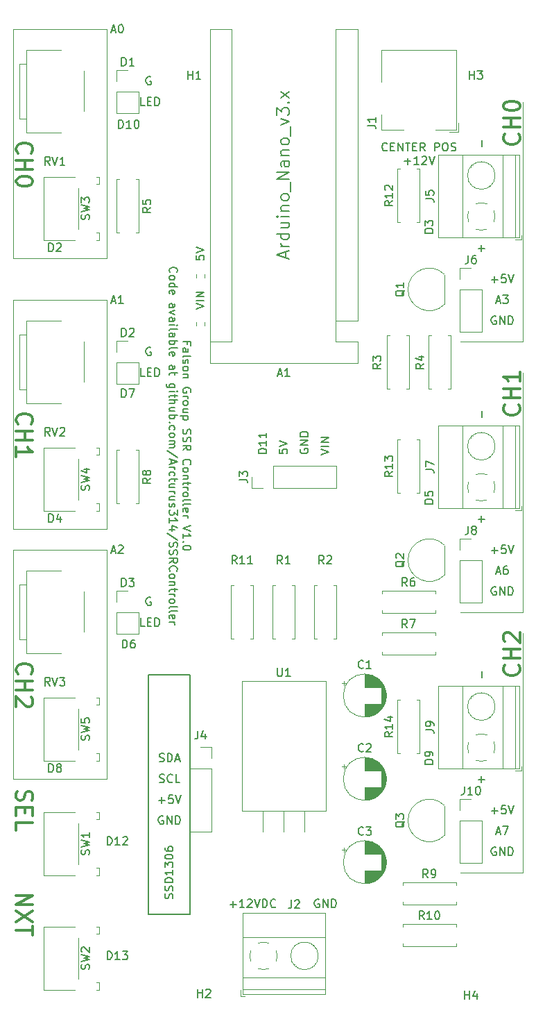
<source format=gbr>
G04 #@! TF.GenerationSoftware,KiCad,Pcbnew,5.1.5+dfsg1-2build2*
G04 #@! TF.CreationDate,2021-03-26T16:18:19-07:00*
G04 #@! TF.ProjectId,ssrcontroller_mcu,73737263-6f6e-4747-926f-6c6c65725f6d,rev?*
G04 #@! TF.SameCoordinates,Original*
G04 #@! TF.FileFunction,Legend,Top*
G04 #@! TF.FilePolarity,Positive*
%FSLAX46Y46*%
G04 Gerber Fmt 4.6, Leading zero omitted, Abs format (unit mm)*
G04 Created by KiCad (PCBNEW 5.1.5+dfsg1-2build2) date 2021-03-26 16:18:19*
%MOMM*%
%LPD*%
G04 APERTURE LIST*
%ADD10C,0.150000*%
%ADD11C,0.120000*%
%ADD12C,0.300000*%
%ADD13C,0.200000*%
G04 APERTURE END LIST*
D10*
X76652380Y-112694404D02*
X75652380Y-112694404D01*
X75652380Y-112456309D01*
X75700000Y-112313452D01*
X75795238Y-112218214D01*
X75890476Y-112170595D01*
X76080952Y-112122976D01*
X76223809Y-112122976D01*
X76414285Y-112170595D01*
X76509523Y-112218214D01*
X76604761Y-112313452D01*
X76652380Y-112456309D01*
X76652380Y-112694404D01*
X76652380Y-111170595D02*
X76652380Y-111742023D01*
X76652380Y-111456309D02*
X75652380Y-111456309D01*
X75795238Y-111551547D01*
X75890476Y-111646785D01*
X75938095Y-111742023D01*
X76652380Y-110218214D02*
X76652380Y-110789642D01*
X76652380Y-110503928D02*
X75652380Y-110503928D01*
X75795238Y-110599166D01*
X75890476Y-110694404D01*
X75938095Y-110789642D01*
X78192380Y-112218214D02*
X78192380Y-112694404D01*
X78668571Y-112742023D01*
X78620952Y-112694404D01*
X78573333Y-112599166D01*
X78573333Y-112361071D01*
X78620952Y-112265833D01*
X78668571Y-112218214D01*
X78763809Y-112170595D01*
X79001904Y-112170595D01*
X79097142Y-112218214D01*
X79144761Y-112265833D01*
X79192380Y-112361071D01*
X79192380Y-112599166D01*
X79144761Y-112694404D01*
X79097142Y-112742023D01*
X78192380Y-111884880D02*
X79192380Y-111551547D01*
X78192380Y-111218214D01*
X80780000Y-112170595D02*
X80732380Y-112265833D01*
X80732380Y-112408690D01*
X80780000Y-112551547D01*
X80875238Y-112646785D01*
X80970476Y-112694404D01*
X81160952Y-112742023D01*
X81303809Y-112742023D01*
X81494285Y-112694404D01*
X81589523Y-112646785D01*
X81684761Y-112551547D01*
X81732380Y-112408690D01*
X81732380Y-112313452D01*
X81684761Y-112170595D01*
X81637142Y-112122976D01*
X81303809Y-112122976D01*
X81303809Y-112313452D01*
X81732380Y-111694404D02*
X80732380Y-111694404D01*
X81732380Y-111122976D01*
X80732380Y-111122976D01*
X81732380Y-110646785D02*
X80732380Y-110646785D01*
X80732380Y-110408690D01*
X80780000Y-110265833D01*
X80875238Y-110170595D01*
X80970476Y-110122976D01*
X81160952Y-110075357D01*
X81303809Y-110075357D01*
X81494285Y-110122976D01*
X81589523Y-110170595D01*
X81684761Y-110265833D01*
X81732380Y-110408690D01*
X81732380Y-110646785D01*
X83272380Y-112837261D02*
X84272380Y-112503928D01*
X83272380Y-112170595D01*
X84272380Y-111837261D02*
X83272380Y-111837261D01*
X84272380Y-111361071D02*
X83272380Y-111361071D01*
X84272380Y-110789642D01*
X83272380Y-110789642D01*
X61771785Y-133802380D02*
X61295595Y-133802380D01*
X61295595Y-132802380D01*
X62105119Y-133278571D02*
X62438452Y-133278571D01*
X62581309Y-133802380D02*
X62105119Y-133802380D01*
X62105119Y-132802380D01*
X62581309Y-132802380D01*
X63009880Y-133802380D02*
X63009880Y-132802380D01*
X63247976Y-132802380D01*
X63390833Y-132850000D01*
X63486071Y-132945238D01*
X63533690Y-133040476D01*
X63581309Y-133230952D01*
X63581309Y-133373809D01*
X63533690Y-133564285D01*
X63486071Y-133659523D01*
X63390833Y-133754761D01*
X63247976Y-133802380D01*
X63009880Y-133802380D01*
X61771785Y-103322380D02*
X61295595Y-103322380D01*
X61295595Y-102322380D01*
X62105119Y-102798571D02*
X62438452Y-102798571D01*
X62581309Y-103322380D02*
X62105119Y-103322380D01*
X62105119Y-102322380D01*
X62581309Y-102322380D01*
X63009880Y-103322380D02*
X63009880Y-102322380D01*
X63247976Y-102322380D01*
X63390833Y-102370000D01*
X63486071Y-102465238D01*
X63533690Y-102560476D01*
X63581309Y-102750952D01*
X63581309Y-102893809D01*
X63533690Y-103084285D01*
X63486071Y-103179523D01*
X63390833Y-103274761D01*
X63247976Y-103322380D01*
X63009880Y-103322380D01*
X61771785Y-70302380D02*
X61295595Y-70302380D01*
X61295595Y-69302380D01*
X62105119Y-69778571D02*
X62438452Y-69778571D01*
X62581309Y-70302380D02*
X62105119Y-70302380D01*
X62105119Y-69302380D01*
X62581309Y-69302380D01*
X63009880Y-70302380D02*
X63009880Y-69302380D01*
X63247976Y-69302380D01*
X63390833Y-69350000D01*
X63486071Y-69445238D01*
X63533690Y-69540476D01*
X63581309Y-69730952D01*
X63581309Y-69873809D01*
X63533690Y-70064285D01*
X63486071Y-70159523D01*
X63390833Y-70254761D01*
X63247976Y-70302380D01*
X63009880Y-70302380D01*
X62491904Y-130310000D02*
X62396666Y-130262380D01*
X62253809Y-130262380D01*
X62110952Y-130310000D01*
X62015714Y-130405238D01*
X61968095Y-130500476D01*
X61920476Y-130690952D01*
X61920476Y-130833809D01*
X61968095Y-131024285D01*
X62015714Y-131119523D01*
X62110952Y-131214761D01*
X62253809Y-131262380D01*
X62349047Y-131262380D01*
X62491904Y-131214761D01*
X62539523Y-131167142D01*
X62539523Y-130833809D01*
X62349047Y-130833809D01*
X62491904Y-99830000D02*
X62396666Y-99782380D01*
X62253809Y-99782380D01*
X62110952Y-99830000D01*
X62015714Y-99925238D01*
X61968095Y-100020476D01*
X61920476Y-100210952D01*
X61920476Y-100353809D01*
X61968095Y-100544285D01*
X62015714Y-100639523D01*
X62110952Y-100734761D01*
X62253809Y-100782380D01*
X62349047Y-100782380D01*
X62491904Y-100734761D01*
X62539523Y-100687142D01*
X62539523Y-100353809D01*
X62349047Y-100353809D01*
X62491904Y-66810000D02*
X62396666Y-66762380D01*
X62253809Y-66762380D01*
X62110952Y-66810000D01*
X62015714Y-66905238D01*
X61968095Y-67000476D01*
X61920476Y-67190952D01*
X61920476Y-67333809D01*
X61968095Y-67524285D01*
X62015714Y-67619523D01*
X62110952Y-67714761D01*
X62253809Y-67762380D01*
X62349047Y-67762380D01*
X62491904Y-67714761D01*
X62539523Y-67667142D01*
X62539523Y-67333809D01*
X62349047Y-67333809D01*
X58585714Y-73052380D02*
X58585714Y-72052380D01*
X58823809Y-72052380D01*
X58966666Y-72100000D01*
X59061904Y-72195238D01*
X59109523Y-72290476D01*
X59157142Y-72480952D01*
X59157142Y-72623809D01*
X59109523Y-72814285D01*
X59061904Y-72909523D01*
X58966666Y-73004761D01*
X58823809Y-73052380D01*
X58585714Y-73052380D01*
X60109523Y-73052380D02*
X59538095Y-73052380D01*
X59823809Y-73052380D02*
X59823809Y-72052380D01*
X59728571Y-72195238D01*
X59633333Y-72290476D01*
X59538095Y-72338095D01*
X60728571Y-72052380D02*
X60823809Y-72052380D01*
X60919047Y-72100000D01*
X60966666Y-72147619D01*
X61014285Y-72242857D01*
X61061904Y-72433333D01*
X61061904Y-72671428D01*
X61014285Y-72861904D01*
X60966666Y-72957142D01*
X60919047Y-73004761D01*
X60823809Y-73052380D01*
X60728571Y-73052380D01*
X60633333Y-73004761D01*
X60585714Y-72957142D01*
X60538095Y-72861904D01*
X60490476Y-72671428D01*
X60490476Y-72433333D01*
X60538095Y-72242857D01*
X60585714Y-72147619D01*
X60633333Y-72100000D01*
X60728571Y-72052380D01*
X58951904Y-105862380D02*
X58951904Y-104862380D01*
X59190000Y-104862380D01*
X59332857Y-104910000D01*
X59428095Y-105005238D01*
X59475714Y-105100476D01*
X59523333Y-105290952D01*
X59523333Y-105433809D01*
X59475714Y-105624285D01*
X59428095Y-105719523D01*
X59332857Y-105814761D01*
X59190000Y-105862380D01*
X58951904Y-105862380D01*
X59856666Y-104862380D02*
X60523333Y-104862380D01*
X60094761Y-105862380D01*
X59061904Y-136452380D02*
X59061904Y-135452380D01*
X59300000Y-135452380D01*
X59442857Y-135500000D01*
X59538095Y-135595238D01*
X59585714Y-135690476D01*
X59633333Y-135880952D01*
X59633333Y-136023809D01*
X59585714Y-136214285D01*
X59538095Y-136309523D01*
X59442857Y-136404761D01*
X59300000Y-136452380D01*
X59061904Y-136452380D01*
X60490476Y-135452380D02*
X60300000Y-135452380D01*
X60204761Y-135500000D01*
X60157142Y-135547619D01*
X60061904Y-135690476D01*
X60014285Y-135880952D01*
X60014285Y-136261904D01*
X60061904Y-136357142D01*
X60109523Y-136404761D01*
X60204761Y-136452380D01*
X60395238Y-136452380D01*
X60490476Y-136404761D01*
X60538095Y-136357142D01*
X60585714Y-136261904D01*
X60585714Y-136023809D01*
X60538095Y-135928571D01*
X60490476Y-135880952D01*
X60395238Y-135833333D01*
X60204761Y-135833333D01*
X60109523Y-135880952D01*
X60061904Y-135928571D01*
X60014285Y-136023809D01*
X83058095Y-167140000D02*
X82962857Y-167092380D01*
X82820000Y-167092380D01*
X82677142Y-167140000D01*
X82581904Y-167235238D01*
X82534285Y-167330476D01*
X82486666Y-167520952D01*
X82486666Y-167663809D01*
X82534285Y-167854285D01*
X82581904Y-167949523D01*
X82677142Y-168044761D01*
X82820000Y-168092380D01*
X82915238Y-168092380D01*
X83058095Y-168044761D01*
X83105714Y-167997142D01*
X83105714Y-167663809D01*
X82915238Y-167663809D01*
X83534285Y-168092380D02*
X83534285Y-167092380D01*
X84105714Y-168092380D01*
X84105714Y-167092380D01*
X84581904Y-168092380D02*
X84581904Y-167092380D01*
X84820000Y-167092380D01*
X84962857Y-167140000D01*
X85058095Y-167235238D01*
X85105714Y-167330476D01*
X85153333Y-167520952D01*
X85153333Y-167663809D01*
X85105714Y-167854285D01*
X85058095Y-167949523D01*
X84962857Y-168044761D01*
X84820000Y-168092380D01*
X84581904Y-168092380D01*
X72168095Y-167711428D02*
X72930000Y-167711428D01*
X72549047Y-168092380D02*
X72549047Y-167330476D01*
X73930000Y-168092380D02*
X73358571Y-168092380D01*
X73644285Y-168092380D02*
X73644285Y-167092380D01*
X73549047Y-167235238D01*
X73453809Y-167330476D01*
X73358571Y-167378095D01*
X74310952Y-167187619D02*
X74358571Y-167140000D01*
X74453809Y-167092380D01*
X74691904Y-167092380D01*
X74787142Y-167140000D01*
X74834761Y-167187619D01*
X74882380Y-167282857D01*
X74882380Y-167378095D01*
X74834761Y-167520952D01*
X74263333Y-168092380D01*
X74882380Y-168092380D01*
X75168095Y-167092380D02*
X75501428Y-168092380D01*
X75834761Y-167092380D01*
X76168095Y-168092380D02*
X76168095Y-167092380D01*
X76406190Y-167092380D01*
X76549047Y-167140000D01*
X76644285Y-167235238D01*
X76691904Y-167330476D01*
X76739523Y-167520952D01*
X76739523Y-167663809D01*
X76691904Y-167854285D01*
X76644285Y-167949523D01*
X76549047Y-168044761D01*
X76406190Y-168092380D01*
X76168095Y-168092380D01*
X77739523Y-167997142D02*
X77691904Y-168044761D01*
X77549047Y-168092380D01*
X77453809Y-168092380D01*
X77310952Y-168044761D01*
X77215714Y-167949523D01*
X77168095Y-167854285D01*
X77120476Y-167663809D01*
X77120476Y-167520952D01*
X77168095Y-167330476D01*
X77215714Y-167235238D01*
X77310952Y-167140000D01*
X77453809Y-167092380D01*
X77549047Y-167092380D01*
X77691904Y-167140000D01*
X77739523Y-167187619D01*
X66936428Y-99402857D02*
X66936428Y-99069523D01*
X66412619Y-99069523D02*
X67412619Y-99069523D01*
X67412619Y-99545714D01*
X66412619Y-100355238D02*
X66936428Y-100355238D01*
X67031666Y-100307619D01*
X67079285Y-100212380D01*
X67079285Y-100021904D01*
X67031666Y-99926666D01*
X66460238Y-100355238D02*
X66412619Y-100260000D01*
X66412619Y-100021904D01*
X66460238Y-99926666D01*
X66555476Y-99879047D01*
X66650714Y-99879047D01*
X66745952Y-99926666D01*
X66793571Y-100021904D01*
X66793571Y-100260000D01*
X66841190Y-100355238D01*
X66412619Y-100974285D02*
X66460238Y-100879047D01*
X66555476Y-100831428D01*
X67412619Y-100831428D01*
X66460238Y-101307619D02*
X66412619Y-101402857D01*
X66412619Y-101593333D01*
X66460238Y-101688571D01*
X66555476Y-101736190D01*
X66603095Y-101736190D01*
X66698333Y-101688571D01*
X66745952Y-101593333D01*
X66745952Y-101450476D01*
X66793571Y-101355238D01*
X66888809Y-101307619D01*
X66936428Y-101307619D01*
X67031666Y-101355238D01*
X67079285Y-101450476D01*
X67079285Y-101593333D01*
X67031666Y-101688571D01*
X66412619Y-102307619D02*
X66460238Y-102212380D01*
X66507857Y-102164761D01*
X66603095Y-102117142D01*
X66888809Y-102117142D01*
X66984047Y-102164761D01*
X67031666Y-102212380D01*
X67079285Y-102307619D01*
X67079285Y-102450476D01*
X67031666Y-102545714D01*
X66984047Y-102593333D01*
X66888809Y-102640952D01*
X66603095Y-102640952D01*
X66507857Y-102593333D01*
X66460238Y-102545714D01*
X66412619Y-102450476D01*
X66412619Y-102307619D01*
X67079285Y-103069523D02*
X66412619Y-103069523D01*
X66984047Y-103069523D02*
X67031666Y-103117142D01*
X67079285Y-103212380D01*
X67079285Y-103355238D01*
X67031666Y-103450476D01*
X66936428Y-103498095D01*
X66412619Y-103498095D01*
X67365000Y-105260000D02*
X67412619Y-105164761D01*
X67412619Y-105021904D01*
X67365000Y-104879047D01*
X67269761Y-104783809D01*
X67174523Y-104736190D01*
X66984047Y-104688571D01*
X66841190Y-104688571D01*
X66650714Y-104736190D01*
X66555476Y-104783809D01*
X66460238Y-104879047D01*
X66412619Y-105021904D01*
X66412619Y-105117142D01*
X66460238Y-105260000D01*
X66507857Y-105307619D01*
X66841190Y-105307619D01*
X66841190Y-105117142D01*
X66412619Y-105736190D02*
X67079285Y-105736190D01*
X66888809Y-105736190D02*
X66984047Y-105783809D01*
X67031666Y-105831428D01*
X67079285Y-105926666D01*
X67079285Y-106021904D01*
X66412619Y-106498095D02*
X66460238Y-106402857D01*
X66507857Y-106355238D01*
X66603095Y-106307619D01*
X66888809Y-106307619D01*
X66984047Y-106355238D01*
X67031666Y-106402857D01*
X67079285Y-106498095D01*
X67079285Y-106640952D01*
X67031666Y-106736190D01*
X66984047Y-106783809D01*
X66888809Y-106831428D01*
X66603095Y-106831428D01*
X66507857Y-106783809D01*
X66460238Y-106736190D01*
X66412619Y-106640952D01*
X66412619Y-106498095D01*
X67079285Y-107688571D02*
X66412619Y-107688571D01*
X67079285Y-107260000D02*
X66555476Y-107260000D01*
X66460238Y-107307619D01*
X66412619Y-107402857D01*
X66412619Y-107545714D01*
X66460238Y-107640952D01*
X66507857Y-107688571D01*
X67079285Y-108164761D02*
X66079285Y-108164761D01*
X67031666Y-108164761D02*
X67079285Y-108260000D01*
X67079285Y-108450476D01*
X67031666Y-108545714D01*
X66984047Y-108593333D01*
X66888809Y-108640952D01*
X66603095Y-108640952D01*
X66507857Y-108593333D01*
X66460238Y-108545714D01*
X66412619Y-108450476D01*
X66412619Y-108260000D01*
X66460238Y-108164761D01*
X66460238Y-109783809D02*
X66412619Y-109926666D01*
X66412619Y-110164761D01*
X66460238Y-110260000D01*
X66507857Y-110307619D01*
X66603095Y-110355238D01*
X66698333Y-110355238D01*
X66793571Y-110307619D01*
X66841190Y-110260000D01*
X66888809Y-110164761D01*
X66936428Y-109974285D01*
X66984047Y-109879047D01*
X67031666Y-109831428D01*
X67126904Y-109783809D01*
X67222142Y-109783809D01*
X67317380Y-109831428D01*
X67365000Y-109879047D01*
X67412619Y-109974285D01*
X67412619Y-110212380D01*
X67365000Y-110355238D01*
X66460238Y-110736190D02*
X66412619Y-110879047D01*
X66412619Y-111117142D01*
X66460238Y-111212380D01*
X66507857Y-111259999D01*
X66603095Y-111307619D01*
X66698333Y-111307619D01*
X66793571Y-111260000D01*
X66841190Y-111212380D01*
X66888809Y-111117142D01*
X66936428Y-110926666D01*
X66984047Y-110831428D01*
X67031666Y-110783809D01*
X67126904Y-110736190D01*
X67222142Y-110736190D01*
X67317380Y-110783809D01*
X67365000Y-110831428D01*
X67412619Y-110926666D01*
X67412619Y-111164761D01*
X67365000Y-111307619D01*
X66412619Y-112307619D02*
X66888809Y-111974285D01*
X66412619Y-111736190D02*
X67412619Y-111736190D01*
X67412619Y-112117142D01*
X67365000Y-112212380D01*
X67317380Y-112260000D01*
X67222142Y-112307619D01*
X67079285Y-112307619D01*
X66984047Y-112260000D01*
X66936428Y-112212380D01*
X66888809Y-112117142D01*
X66888809Y-111736190D01*
X66507857Y-114069523D02*
X66460238Y-114021904D01*
X66412619Y-113879047D01*
X66412619Y-113783809D01*
X66460238Y-113640952D01*
X66555476Y-113545714D01*
X66650714Y-113498095D01*
X66841190Y-113450476D01*
X66984047Y-113450476D01*
X67174523Y-113498095D01*
X67269761Y-113545714D01*
X67365000Y-113640952D01*
X67412619Y-113783809D01*
X67412619Y-113879047D01*
X67365000Y-114021904D01*
X67317380Y-114069523D01*
X66412619Y-114640952D02*
X66460238Y-114545714D01*
X66507857Y-114498095D01*
X66603095Y-114450476D01*
X66888809Y-114450476D01*
X66984047Y-114498095D01*
X67031666Y-114545714D01*
X67079285Y-114640952D01*
X67079285Y-114783809D01*
X67031666Y-114879047D01*
X66984047Y-114926666D01*
X66888809Y-114974285D01*
X66603095Y-114974285D01*
X66507857Y-114926666D01*
X66460238Y-114879047D01*
X66412619Y-114783809D01*
X66412619Y-114640952D01*
X67079285Y-115402857D02*
X66412619Y-115402857D01*
X66984047Y-115402857D02*
X67031666Y-115450476D01*
X67079285Y-115545714D01*
X67079285Y-115688571D01*
X67031666Y-115783809D01*
X66936428Y-115831428D01*
X66412619Y-115831428D01*
X67079285Y-116164761D02*
X67079285Y-116545714D01*
X67412619Y-116307619D02*
X66555476Y-116307619D01*
X66460238Y-116355238D01*
X66412619Y-116450476D01*
X66412619Y-116545714D01*
X66412619Y-116879047D02*
X67079285Y-116879047D01*
X66888809Y-116879047D02*
X66984047Y-116926666D01*
X67031666Y-116974285D01*
X67079285Y-117069523D01*
X67079285Y-117164761D01*
X66412619Y-117640952D02*
X66460238Y-117545714D01*
X66507857Y-117498095D01*
X66603095Y-117450476D01*
X66888809Y-117450476D01*
X66984047Y-117498095D01*
X67031666Y-117545714D01*
X67079285Y-117640952D01*
X67079285Y-117783809D01*
X67031666Y-117879047D01*
X66984047Y-117926666D01*
X66888809Y-117974285D01*
X66603095Y-117974285D01*
X66507857Y-117926666D01*
X66460238Y-117879047D01*
X66412619Y-117783809D01*
X66412619Y-117640952D01*
X66412619Y-118545714D02*
X66460238Y-118450476D01*
X66555476Y-118402857D01*
X67412619Y-118402857D01*
X66412619Y-119069523D02*
X66460238Y-118974285D01*
X66555476Y-118926666D01*
X67412619Y-118926666D01*
X66460238Y-119831428D02*
X66412619Y-119736190D01*
X66412619Y-119545714D01*
X66460238Y-119450476D01*
X66555476Y-119402857D01*
X66936428Y-119402857D01*
X67031666Y-119450476D01*
X67079285Y-119545714D01*
X67079285Y-119736190D01*
X67031666Y-119831428D01*
X66936428Y-119879047D01*
X66841190Y-119879047D01*
X66745952Y-119402857D01*
X66412619Y-120307619D02*
X67079285Y-120307619D01*
X66888809Y-120307619D02*
X66984047Y-120355238D01*
X67031666Y-120402857D01*
X67079285Y-120498095D01*
X67079285Y-120593333D01*
X67412619Y-121545714D02*
X66412619Y-121879047D01*
X67412619Y-122212380D01*
X66412619Y-123069523D02*
X66412619Y-122498095D01*
X66412619Y-122783809D02*
X67412619Y-122783809D01*
X67269761Y-122688571D01*
X67174523Y-122593333D01*
X67126904Y-122498095D01*
X66507857Y-123498095D02*
X66460238Y-123545714D01*
X66412619Y-123498095D01*
X66460238Y-123450476D01*
X66507857Y-123498095D01*
X66412619Y-123498095D01*
X67412619Y-124164761D02*
X67412619Y-124259999D01*
X67365000Y-124355238D01*
X67317380Y-124402857D01*
X67222142Y-124450476D01*
X67031666Y-124498095D01*
X66793571Y-124498095D01*
X66603095Y-124450476D01*
X66507857Y-124402857D01*
X66460238Y-124355238D01*
X66412619Y-124259999D01*
X66412619Y-124164761D01*
X66460238Y-124069523D01*
X66507857Y-124021904D01*
X66603095Y-123974285D01*
X66793571Y-123926666D01*
X67031666Y-123926666D01*
X67222142Y-123974285D01*
X67317380Y-124021904D01*
X67365000Y-124069523D01*
X67412619Y-124164761D01*
X64857857Y-90640952D02*
X64810238Y-90593333D01*
X64762619Y-90450476D01*
X64762619Y-90355238D01*
X64810238Y-90212380D01*
X64905476Y-90117142D01*
X65000714Y-90069523D01*
X65191190Y-90021904D01*
X65334047Y-90021904D01*
X65524523Y-90069523D01*
X65619761Y-90117142D01*
X65715000Y-90212380D01*
X65762619Y-90355238D01*
X65762619Y-90450476D01*
X65715000Y-90593333D01*
X65667380Y-90640952D01*
X64762619Y-91212380D02*
X64810238Y-91117142D01*
X64857857Y-91069523D01*
X64953095Y-91021904D01*
X65238809Y-91021904D01*
X65334047Y-91069523D01*
X65381666Y-91117142D01*
X65429285Y-91212380D01*
X65429285Y-91355238D01*
X65381666Y-91450476D01*
X65334047Y-91498095D01*
X65238809Y-91545714D01*
X64953095Y-91545714D01*
X64857857Y-91498095D01*
X64810238Y-91450476D01*
X64762619Y-91355238D01*
X64762619Y-91212380D01*
X64762619Y-92402857D02*
X65762619Y-92402857D01*
X64810238Y-92402857D02*
X64762619Y-92307619D01*
X64762619Y-92117142D01*
X64810238Y-92021904D01*
X64857857Y-91974285D01*
X64953095Y-91926666D01*
X65238809Y-91926666D01*
X65334047Y-91974285D01*
X65381666Y-92021904D01*
X65429285Y-92117142D01*
X65429285Y-92307619D01*
X65381666Y-92402857D01*
X64810238Y-93260000D02*
X64762619Y-93164761D01*
X64762619Y-92974285D01*
X64810238Y-92879047D01*
X64905476Y-92831428D01*
X65286428Y-92831428D01*
X65381666Y-92879047D01*
X65429285Y-92974285D01*
X65429285Y-93164761D01*
X65381666Y-93260000D01*
X65286428Y-93307619D01*
X65191190Y-93307619D01*
X65095952Y-92831428D01*
X64762619Y-94926666D02*
X65286428Y-94926666D01*
X65381666Y-94879047D01*
X65429285Y-94783809D01*
X65429285Y-94593333D01*
X65381666Y-94498095D01*
X64810238Y-94926666D02*
X64762619Y-94831428D01*
X64762619Y-94593333D01*
X64810238Y-94498095D01*
X64905476Y-94450476D01*
X65000714Y-94450476D01*
X65095952Y-94498095D01*
X65143571Y-94593333D01*
X65143571Y-94831428D01*
X65191190Y-94926666D01*
X65429285Y-95307619D02*
X64762619Y-95545714D01*
X65429285Y-95783809D01*
X64762619Y-96593333D02*
X65286428Y-96593333D01*
X65381666Y-96545714D01*
X65429285Y-96450476D01*
X65429285Y-96260000D01*
X65381666Y-96164761D01*
X64810238Y-96593333D02*
X64762619Y-96498095D01*
X64762619Y-96260000D01*
X64810238Y-96164761D01*
X64905476Y-96117142D01*
X65000714Y-96117142D01*
X65095952Y-96164761D01*
X65143571Y-96260000D01*
X65143571Y-96498095D01*
X65191190Y-96593333D01*
X64762619Y-97069523D02*
X65429285Y-97069523D01*
X65762619Y-97069523D02*
X65715000Y-97021904D01*
X65667380Y-97069523D01*
X65715000Y-97117142D01*
X65762619Y-97069523D01*
X65667380Y-97069523D01*
X64762619Y-97688571D02*
X64810238Y-97593333D01*
X64905476Y-97545714D01*
X65762619Y-97545714D01*
X64762619Y-98498095D02*
X65286428Y-98498095D01*
X65381666Y-98450476D01*
X65429285Y-98355238D01*
X65429285Y-98164761D01*
X65381666Y-98069523D01*
X64810238Y-98498095D02*
X64762619Y-98402857D01*
X64762619Y-98164761D01*
X64810238Y-98069523D01*
X64905476Y-98021904D01*
X65000714Y-98021904D01*
X65095952Y-98069523D01*
X65143571Y-98164761D01*
X65143571Y-98402857D01*
X65191190Y-98498095D01*
X64762619Y-98974285D02*
X65762619Y-98974285D01*
X65381666Y-98974285D02*
X65429285Y-99069523D01*
X65429285Y-99260000D01*
X65381666Y-99355238D01*
X65334047Y-99402857D01*
X65238809Y-99450476D01*
X64953095Y-99450476D01*
X64857857Y-99402857D01*
X64810238Y-99355238D01*
X64762619Y-99260000D01*
X64762619Y-99069523D01*
X64810238Y-98974285D01*
X64762619Y-100021904D02*
X64810238Y-99926666D01*
X64905476Y-99879047D01*
X65762619Y-99879047D01*
X64810238Y-100783809D02*
X64762619Y-100688571D01*
X64762619Y-100498095D01*
X64810238Y-100402857D01*
X64905476Y-100355238D01*
X65286428Y-100355238D01*
X65381666Y-100402857D01*
X65429285Y-100498095D01*
X65429285Y-100688571D01*
X65381666Y-100783809D01*
X65286428Y-100831428D01*
X65191190Y-100831428D01*
X65095952Y-100355238D01*
X64762619Y-102450476D02*
X65286428Y-102450476D01*
X65381666Y-102402857D01*
X65429285Y-102307619D01*
X65429285Y-102117142D01*
X65381666Y-102021904D01*
X64810238Y-102450476D02*
X64762619Y-102355238D01*
X64762619Y-102117142D01*
X64810238Y-102021904D01*
X64905476Y-101974285D01*
X65000714Y-101974285D01*
X65095952Y-102021904D01*
X65143571Y-102117142D01*
X65143571Y-102355238D01*
X65191190Y-102450476D01*
X65429285Y-102783809D02*
X65429285Y-103164761D01*
X65762619Y-102926666D02*
X64905476Y-102926666D01*
X64810238Y-102974285D01*
X64762619Y-103069523D01*
X64762619Y-103164761D01*
X65429285Y-104688571D02*
X64619761Y-104688571D01*
X64524523Y-104640952D01*
X64476904Y-104593333D01*
X64429285Y-104498095D01*
X64429285Y-104355238D01*
X64476904Y-104260000D01*
X64810238Y-104688571D02*
X64762619Y-104593333D01*
X64762619Y-104402857D01*
X64810238Y-104307619D01*
X64857857Y-104260000D01*
X64953095Y-104212380D01*
X65238809Y-104212380D01*
X65334047Y-104260000D01*
X65381666Y-104307619D01*
X65429285Y-104402857D01*
X65429285Y-104593333D01*
X65381666Y-104688571D01*
X64762619Y-105164761D02*
X65429285Y-105164761D01*
X65762619Y-105164761D02*
X65715000Y-105117142D01*
X65667380Y-105164761D01*
X65715000Y-105212380D01*
X65762619Y-105164761D01*
X65667380Y-105164761D01*
X65429285Y-105498095D02*
X65429285Y-105879047D01*
X65762619Y-105640952D02*
X64905476Y-105640952D01*
X64810238Y-105688571D01*
X64762619Y-105783809D01*
X64762619Y-105879047D01*
X64762619Y-106212380D02*
X65762619Y-106212380D01*
X64762619Y-106640952D02*
X65286428Y-106640952D01*
X65381666Y-106593333D01*
X65429285Y-106498095D01*
X65429285Y-106355238D01*
X65381666Y-106260000D01*
X65334047Y-106212380D01*
X65429285Y-107545714D02*
X64762619Y-107545714D01*
X65429285Y-107117142D02*
X64905476Y-107117142D01*
X64810238Y-107164761D01*
X64762619Y-107259999D01*
X64762619Y-107402857D01*
X64810238Y-107498095D01*
X64857857Y-107545714D01*
X64762619Y-108021904D02*
X65762619Y-108021904D01*
X65381666Y-108021904D02*
X65429285Y-108117142D01*
X65429285Y-108307619D01*
X65381666Y-108402857D01*
X65334047Y-108450476D01*
X65238809Y-108498095D01*
X64953095Y-108498095D01*
X64857857Y-108450476D01*
X64810238Y-108402857D01*
X64762619Y-108307619D01*
X64762619Y-108117142D01*
X64810238Y-108021904D01*
X64857857Y-108926666D02*
X64810238Y-108974285D01*
X64762619Y-108926666D01*
X64810238Y-108879047D01*
X64857857Y-108926666D01*
X64762619Y-108926666D01*
X64810238Y-109831428D02*
X64762619Y-109736190D01*
X64762619Y-109545714D01*
X64810238Y-109450476D01*
X64857857Y-109402857D01*
X64953095Y-109355238D01*
X65238809Y-109355238D01*
X65334047Y-109402857D01*
X65381666Y-109450476D01*
X65429285Y-109545714D01*
X65429285Y-109736190D01*
X65381666Y-109831428D01*
X64762619Y-110402857D02*
X64810238Y-110307619D01*
X64857857Y-110259999D01*
X64953095Y-110212380D01*
X65238809Y-110212380D01*
X65334047Y-110259999D01*
X65381666Y-110307619D01*
X65429285Y-110402857D01*
X65429285Y-110545714D01*
X65381666Y-110640952D01*
X65334047Y-110688571D01*
X65238809Y-110736190D01*
X64953095Y-110736190D01*
X64857857Y-110688571D01*
X64810238Y-110640952D01*
X64762619Y-110545714D01*
X64762619Y-110402857D01*
X64762619Y-111164761D02*
X65429285Y-111164761D01*
X65334047Y-111164761D02*
X65381666Y-111212380D01*
X65429285Y-111307619D01*
X65429285Y-111450476D01*
X65381666Y-111545714D01*
X65286428Y-111593333D01*
X64762619Y-111593333D01*
X65286428Y-111593333D02*
X65381666Y-111640952D01*
X65429285Y-111736190D01*
X65429285Y-111879047D01*
X65381666Y-111974285D01*
X65286428Y-112021904D01*
X64762619Y-112021904D01*
X65810238Y-113212380D02*
X64524523Y-112355238D01*
X65048333Y-113498095D02*
X65048333Y-113974285D01*
X64762619Y-113402857D02*
X65762619Y-113736190D01*
X64762619Y-114069523D01*
X64762619Y-114402857D02*
X65429285Y-114402857D01*
X65238809Y-114402857D02*
X65334047Y-114450476D01*
X65381666Y-114498095D01*
X65429285Y-114593333D01*
X65429285Y-114688571D01*
X64810238Y-115450476D02*
X64762619Y-115355238D01*
X64762619Y-115164761D01*
X64810238Y-115069523D01*
X64857857Y-115021904D01*
X64953095Y-114974285D01*
X65238809Y-114974285D01*
X65334047Y-115021904D01*
X65381666Y-115069523D01*
X65429285Y-115164761D01*
X65429285Y-115355238D01*
X65381666Y-115450476D01*
X65429285Y-115736190D02*
X65429285Y-116117142D01*
X65762619Y-115879047D02*
X64905476Y-115879047D01*
X64810238Y-115926666D01*
X64762619Y-116021904D01*
X64762619Y-116117142D01*
X65429285Y-116879047D02*
X64762619Y-116879047D01*
X65429285Y-116450476D02*
X64905476Y-116450476D01*
X64810238Y-116498095D01*
X64762619Y-116593333D01*
X64762619Y-116736190D01*
X64810238Y-116831428D01*
X64857857Y-116879047D01*
X64762619Y-117355238D02*
X65429285Y-117355238D01*
X65238809Y-117355238D02*
X65334047Y-117402857D01*
X65381666Y-117450476D01*
X65429285Y-117545714D01*
X65429285Y-117640952D01*
X65429285Y-118402857D02*
X64762619Y-118402857D01*
X65429285Y-117974285D02*
X64905476Y-117974285D01*
X64810238Y-118021904D01*
X64762619Y-118117142D01*
X64762619Y-118259999D01*
X64810238Y-118355238D01*
X64857857Y-118402857D01*
X64810238Y-118831428D02*
X64762619Y-118926666D01*
X64762619Y-119117142D01*
X64810238Y-119212380D01*
X64905476Y-119259999D01*
X64953095Y-119259999D01*
X65048333Y-119212380D01*
X65095952Y-119117142D01*
X65095952Y-118974285D01*
X65143571Y-118879047D01*
X65238809Y-118831428D01*
X65286428Y-118831428D01*
X65381666Y-118879047D01*
X65429285Y-118974285D01*
X65429285Y-119117142D01*
X65381666Y-119212380D01*
X65762619Y-119593333D02*
X65762619Y-120212380D01*
X65381666Y-119879047D01*
X65381666Y-120021904D01*
X65334047Y-120117142D01*
X65286428Y-120164761D01*
X65191190Y-120212380D01*
X64953095Y-120212380D01*
X64857857Y-120164761D01*
X64810238Y-120117142D01*
X64762619Y-120021904D01*
X64762619Y-119736190D01*
X64810238Y-119640952D01*
X64857857Y-119593333D01*
X64762619Y-121164761D02*
X64762619Y-120593333D01*
X64762619Y-120879047D02*
X65762619Y-120879047D01*
X65619761Y-120783809D01*
X65524523Y-120688571D01*
X65476904Y-120593333D01*
X65429285Y-122021904D02*
X64762619Y-122021904D01*
X65810238Y-121783809D02*
X65095952Y-121545714D01*
X65095952Y-122164761D01*
X65810238Y-123259999D02*
X64524523Y-122402857D01*
X64810238Y-123545714D02*
X64762619Y-123688571D01*
X64762619Y-123926666D01*
X64810238Y-124021904D01*
X64857857Y-124069523D01*
X64953095Y-124117142D01*
X65048333Y-124117142D01*
X65143571Y-124069523D01*
X65191190Y-124021904D01*
X65238809Y-123926666D01*
X65286428Y-123736190D01*
X65334047Y-123640952D01*
X65381666Y-123593333D01*
X65476904Y-123545714D01*
X65572142Y-123545714D01*
X65667380Y-123593333D01*
X65715000Y-123640952D01*
X65762619Y-123736190D01*
X65762619Y-123974285D01*
X65715000Y-124117142D01*
X64810238Y-124498095D02*
X64762619Y-124640952D01*
X64762619Y-124879047D01*
X64810238Y-124974285D01*
X64857857Y-125021904D01*
X64953095Y-125069523D01*
X65048333Y-125069523D01*
X65143571Y-125021904D01*
X65191190Y-124974285D01*
X65238809Y-124879047D01*
X65286428Y-124688571D01*
X65334047Y-124593333D01*
X65381666Y-124545714D01*
X65476904Y-124498095D01*
X65572142Y-124498095D01*
X65667380Y-124545714D01*
X65715000Y-124593333D01*
X65762619Y-124688571D01*
X65762619Y-124926666D01*
X65715000Y-125069523D01*
X64762619Y-126069523D02*
X65238809Y-125736190D01*
X64762619Y-125498095D02*
X65762619Y-125498095D01*
X65762619Y-125879047D01*
X65715000Y-125974285D01*
X65667380Y-126021904D01*
X65572142Y-126069523D01*
X65429285Y-126069523D01*
X65334047Y-126021904D01*
X65286428Y-125974285D01*
X65238809Y-125879047D01*
X65238809Y-125498095D01*
X64857857Y-127069523D02*
X64810238Y-127021904D01*
X64762619Y-126879047D01*
X64762619Y-126783809D01*
X64810238Y-126640952D01*
X64905476Y-126545714D01*
X65000714Y-126498095D01*
X65191190Y-126450476D01*
X65334047Y-126450476D01*
X65524523Y-126498095D01*
X65619761Y-126545714D01*
X65715000Y-126640952D01*
X65762619Y-126783809D01*
X65762619Y-126879047D01*
X65715000Y-127021904D01*
X65667380Y-127069523D01*
X64762619Y-127640952D02*
X64810238Y-127545714D01*
X64857857Y-127498095D01*
X64953095Y-127450476D01*
X65238809Y-127450476D01*
X65334047Y-127498095D01*
X65381666Y-127545714D01*
X65429285Y-127640952D01*
X65429285Y-127783809D01*
X65381666Y-127879047D01*
X65334047Y-127926666D01*
X65238809Y-127974285D01*
X64953095Y-127974285D01*
X64857857Y-127926666D01*
X64810238Y-127879047D01*
X64762619Y-127783809D01*
X64762619Y-127640952D01*
X65429285Y-128402857D02*
X64762619Y-128402857D01*
X65334047Y-128402857D02*
X65381666Y-128450476D01*
X65429285Y-128545714D01*
X65429285Y-128688571D01*
X65381666Y-128783809D01*
X65286428Y-128831428D01*
X64762619Y-128831428D01*
X65429285Y-129164761D02*
X65429285Y-129545714D01*
X65762619Y-129307619D02*
X64905476Y-129307619D01*
X64810238Y-129355238D01*
X64762619Y-129450476D01*
X64762619Y-129545714D01*
X64762619Y-129879047D02*
X65429285Y-129879047D01*
X65238809Y-129879047D02*
X65334047Y-129926666D01*
X65381666Y-129974285D01*
X65429285Y-130069523D01*
X65429285Y-130164761D01*
X64762619Y-130640952D02*
X64810238Y-130545714D01*
X64857857Y-130498095D01*
X64953095Y-130450476D01*
X65238809Y-130450476D01*
X65334047Y-130498095D01*
X65381666Y-130545714D01*
X65429285Y-130640952D01*
X65429285Y-130783809D01*
X65381666Y-130879047D01*
X65334047Y-130926666D01*
X65238809Y-130974285D01*
X64953095Y-130974285D01*
X64857857Y-130926666D01*
X64810238Y-130879047D01*
X64762619Y-130783809D01*
X64762619Y-130640952D01*
X64762619Y-131545714D02*
X64810238Y-131450476D01*
X64905476Y-131402857D01*
X65762619Y-131402857D01*
X64762619Y-132069523D02*
X64810238Y-131974285D01*
X64905476Y-131926666D01*
X65762619Y-131926666D01*
X64810238Y-132831428D02*
X64762619Y-132736190D01*
X64762619Y-132545714D01*
X64810238Y-132450476D01*
X64905476Y-132402857D01*
X65286428Y-132402857D01*
X65381666Y-132450476D01*
X65429285Y-132545714D01*
X65429285Y-132736190D01*
X65381666Y-132831428D01*
X65286428Y-132879047D01*
X65191190Y-132879047D01*
X65095952Y-132402857D01*
X64762619Y-133307619D02*
X65429285Y-133307619D01*
X65238809Y-133307619D02*
X65334047Y-133355238D01*
X65381666Y-133402857D01*
X65429285Y-133498095D01*
X65429285Y-133593333D01*
D11*
X107950000Y-163830000D02*
X107950000Y-134620000D01*
X100330000Y-163830000D02*
X107950000Y-163830000D01*
X107950000Y-132080000D02*
X107950000Y-102870000D01*
X100330000Y-132080000D02*
X107950000Y-132080000D01*
X107950000Y-76200000D02*
X107950000Y-69850000D01*
X107950000Y-99060000D02*
X100330000Y-99060000D01*
X107950000Y-99060000D02*
X107950000Y-76200000D01*
X45720000Y-152400000D02*
X45720000Y-124460000D01*
X57150000Y-152400000D02*
X45720000Y-152400000D01*
X57150000Y-124460000D02*
X57150000Y-152400000D01*
X45720000Y-124460000D02*
X57150000Y-124460000D01*
X45720000Y-121920000D02*
X45720000Y-93980000D01*
X57150000Y-121920000D02*
X45720000Y-121920000D01*
X57150000Y-93980000D02*
X57150000Y-121920000D01*
X45720000Y-93980000D02*
X57150000Y-93980000D01*
X45720000Y-60960000D02*
X57150000Y-60960000D01*
X45720000Y-88900000D02*
X45720000Y-60960000D01*
X46990000Y-88900000D02*
X45720000Y-88900000D01*
X57150000Y-88900000D02*
X46990000Y-88900000D01*
X57150000Y-60960000D02*
X57150000Y-88900000D01*
D10*
X57205714Y-174442380D02*
X57205714Y-173442380D01*
X57443809Y-173442380D01*
X57586666Y-173490000D01*
X57681904Y-173585238D01*
X57729523Y-173680476D01*
X57777142Y-173870952D01*
X57777142Y-174013809D01*
X57729523Y-174204285D01*
X57681904Y-174299523D01*
X57586666Y-174394761D01*
X57443809Y-174442380D01*
X57205714Y-174442380D01*
X58729523Y-174442380D02*
X58158095Y-174442380D01*
X58443809Y-174442380D02*
X58443809Y-173442380D01*
X58348571Y-173585238D01*
X58253333Y-173680476D01*
X58158095Y-173728095D01*
X59062857Y-173442380D02*
X59681904Y-173442380D01*
X59348571Y-173823333D01*
X59491428Y-173823333D01*
X59586666Y-173870952D01*
X59634285Y-173918571D01*
X59681904Y-174013809D01*
X59681904Y-174251904D01*
X59634285Y-174347142D01*
X59586666Y-174394761D01*
X59491428Y-174442380D01*
X59205714Y-174442380D01*
X59110476Y-174394761D01*
X59062857Y-174347142D01*
X57205714Y-160472380D02*
X57205714Y-159472380D01*
X57443809Y-159472380D01*
X57586666Y-159520000D01*
X57681904Y-159615238D01*
X57729523Y-159710476D01*
X57777142Y-159900952D01*
X57777142Y-160043809D01*
X57729523Y-160234285D01*
X57681904Y-160329523D01*
X57586666Y-160424761D01*
X57443809Y-160472380D01*
X57205714Y-160472380D01*
X58729523Y-160472380D02*
X58158095Y-160472380D01*
X58443809Y-160472380D02*
X58443809Y-159472380D01*
X58348571Y-159615238D01*
X58253333Y-159710476D01*
X58158095Y-159758095D01*
X59110476Y-159567619D02*
X59158095Y-159520000D01*
X59253333Y-159472380D01*
X59491428Y-159472380D01*
X59586666Y-159520000D01*
X59634285Y-159567619D01*
X59681904Y-159662857D01*
X59681904Y-159758095D01*
X59634285Y-159900952D01*
X59062857Y-160472380D01*
X59681904Y-160472380D01*
X50061904Y-151582380D02*
X50061904Y-150582380D01*
X50300000Y-150582380D01*
X50442857Y-150630000D01*
X50538095Y-150725238D01*
X50585714Y-150820476D01*
X50633333Y-151010952D01*
X50633333Y-151153809D01*
X50585714Y-151344285D01*
X50538095Y-151439523D01*
X50442857Y-151534761D01*
X50300000Y-151582380D01*
X50061904Y-151582380D01*
X51204761Y-151010952D02*
X51109523Y-150963333D01*
X51061904Y-150915714D01*
X51014285Y-150820476D01*
X51014285Y-150772857D01*
X51061904Y-150677619D01*
X51109523Y-150630000D01*
X51204761Y-150582380D01*
X51395238Y-150582380D01*
X51490476Y-150630000D01*
X51538095Y-150677619D01*
X51585714Y-150772857D01*
X51585714Y-150820476D01*
X51538095Y-150915714D01*
X51490476Y-150963333D01*
X51395238Y-151010952D01*
X51204761Y-151010952D01*
X51109523Y-151058571D01*
X51061904Y-151106190D01*
X51014285Y-151201428D01*
X51014285Y-151391904D01*
X51061904Y-151487142D01*
X51109523Y-151534761D01*
X51204761Y-151582380D01*
X51395238Y-151582380D01*
X51490476Y-151534761D01*
X51538095Y-151487142D01*
X51585714Y-151391904D01*
X51585714Y-151201428D01*
X51538095Y-151106190D01*
X51490476Y-151058571D01*
X51395238Y-151010952D01*
X50061904Y-121102380D02*
X50061904Y-120102380D01*
X50300000Y-120102380D01*
X50442857Y-120150000D01*
X50538095Y-120245238D01*
X50585714Y-120340476D01*
X50633333Y-120530952D01*
X50633333Y-120673809D01*
X50585714Y-120864285D01*
X50538095Y-120959523D01*
X50442857Y-121054761D01*
X50300000Y-121102380D01*
X50061904Y-121102380D01*
X51490476Y-120435714D02*
X51490476Y-121102380D01*
X51252380Y-120054761D02*
X51014285Y-120769047D01*
X51633333Y-120769047D01*
X50061904Y-88082380D02*
X50061904Y-87082380D01*
X50300000Y-87082380D01*
X50442857Y-87130000D01*
X50538095Y-87225238D01*
X50585714Y-87320476D01*
X50633333Y-87510952D01*
X50633333Y-87653809D01*
X50585714Y-87844285D01*
X50538095Y-87939523D01*
X50442857Y-88034761D01*
X50300000Y-88082380D01*
X50061904Y-88082380D01*
X51014285Y-87177619D02*
X51061904Y-87130000D01*
X51157142Y-87082380D01*
X51395238Y-87082380D01*
X51490476Y-87130000D01*
X51538095Y-87177619D01*
X51585714Y-87272857D01*
X51585714Y-87368095D01*
X51538095Y-87510952D01*
X50966666Y-88082380D01*
X51585714Y-88082380D01*
X57705714Y-124626666D02*
X58181904Y-124626666D01*
X57610476Y-124912380D02*
X57943809Y-123912380D01*
X58277142Y-124912380D01*
X58562857Y-124007619D02*
X58610476Y-123960000D01*
X58705714Y-123912380D01*
X58943809Y-123912380D01*
X59039047Y-123960000D01*
X59086666Y-124007619D01*
X59134285Y-124102857D01*
X59134285Y-124198095D01*
X59086666Y-124340952D01*
X58515238Y-124912380D01*
X59134285Y-124912380D01*
X57705714Y-94146666D02*
X58181904Y-94146666D01*
X57610476Y-94432380D02*
X57943809Y-93432380D01*
X58277142Y-94432380D01*
X59134285Y-94432380D02*
X58562857Y-94432380D01*
X58848571Y-94432380D02*
X58848571Y-93432380D01*
X58753333Y-93575238D01*
X58658095Y-93670476D01*
X58562857Y-93718095D01*
X57705714Y-61126666D02*
X58181904Y-61126666D01*
X57610476Y-61412380D02*
X57943809Y-60412380D01*
X58277142Y-61412380D01*
X58800952Y-60412380D02*
X58896190Y-60412380D01*
X58991428Y-60460000D01*
X59039047Y-60507619D01*
X59086666Y-60602857D01*
X59134285Y-60793333D01*
X59134285Y-61031428D01*
X59086666Y-61221904D01*
X59039047Y-61317142D01*
X58991428Y-61364761D01*
X58896190Y-61412380D01*
X58800952Y-61412380D01*
X58705714Y-61364761D01*
X58658095Y-61317142D01*
X58610476Y-61221904D01*
X58562857Y-61031428D01*
X58562857Y-60793333D01*
X58610476Y-60602857D01*
X58658095Y-60507619D01*
X58705714Y-60460000D01*
X58800952Y-60412380D01*
X96972380Y-150598095D02*
X95972380Y-150598095D01*
X95972380Y-150360000D01*
X96020000Y-150217142D01*
X96115238Y-150121904D01*
X96210476Y-150074285D01*
X96400952Y-150026666D01*
X96543809Y-150026666D01*
X96734285Y-150074285D01*
X96829523Y-150121904D01*
X96924761Y-150217142D01*
X96972380Y-150360000D01*
X96972380Y-150598095D01*
X96972380Y-149550476D02*
X96972380Y-149360000D01*
X96924761Y-149264761D01*
X96877142Y-149217142D01*
X96734285Y-149121904D01*
X96543809Y-149074285D01*
X96162857Y-149074285D01*
X96067619Y-149121904D01*
X96020000Y-149169523D01*
X95972380Y-149264761D01*
X95972380Y-149455238D01*
X96020000Y-149550476D01*
X96067619Y-149598095D01*
X96162857Y-149645714D01*
X96400952Y-149645714D01*
X96496190Y-149598095D01*
X96543809Y-149550476D01*
X96591428Y-149455238D01*
X96591428Y-149264761D01*
X96543809Y-149169523D01*
X96496190Y-149121904D01*
X96400952Y-149074285D01*
X96972380Y-118848095D02*
X95972380Y-118848095D01*
X95972380Y-118610000D01*
X96020000Y-118467142D01*
X96115238Y-118371904D01*
X96210476Y-118324285D01*
X96400952Y-118276666D01*
X96543809Y-118276666D01*
X96734285Y-118324285D01*
X96829523Y-118371904D01*
X96924761Y-118467142D01*
X96972380Y-118610000D01*
X96972380Y-118848095D01*
X95972380Y-117371904D02*
X95972380Y-117848095D01*
X96448571Y-117895714D01*
X96400952Y-117848095D01*
X96353333Y-117752857D01*
X96353333Y-117514761D01*
X96400952Y-117419523D01*
X96448571Y-117371904D01*
X96543809Y-117324285D01*
X96781904Y-117324285D01*
X96877142Y-117371904D01*
X96924761Y-117419523D01*
X96972380Y-117514761D01*
X96972380Y-117752857D01*
X96924761Y-117848095D01*
X96877142Y-117895714D01*
X96972380Y-85828095D02*
X95972380Y-85828095D01*
X95972380Y-85590000D01*
X96020000Y-85447142D01*
X96115238Y-85351904D01*
X96210476Y-85304285D01*
X96400952Y-85256666D01*
X96543809Y-85256666D01*
X96734285Y-85304285D01*
X96829523Y-85351904D01*
X96924761Y-85447142D01*
X96972380Y-85590000D01*
X96972380Y-85828095D01*
X95972380Y-84923333D02*
X95972380Y-84304285D01*
X96353333Y-84637619D01*
X96353333Y-84494761D01*
X96400952Y-84399523D01*
X96448571Y-84351904D01*
X96543809Y-84304285D01*
X96781904Y-84304285D01*
X96877142Y-84351904D01*
X96924761Y-84399523D01*
X96972380Y-84494761D01*
X96972380Y-84780476D01*
X96924761Y-84875714D01*
X96877142Y-84923333D01*
X104695714Y-94146666D02*
X105171904Y-94146666D01*
X104600476Y-94432380D02*
X104933809Y-93432380D01*
X105267142Y-94432380D01*
X105505238Y-93432380D02*
X106124285Y-93432380D01*
X105790952Y-93813333D01*
X105933809Y-93813333D01*
X106029047Y-93860952D01*
X106076666Y-93908571D01*
X106124285Y-94003809D01*
X106124285Y-94241904D01*
X106076666Y-94337142D01*
X106029047Y-94384761D01*
X105933809Y-94432380D01*
X105648095Y-94432380D01*
X105552857Y-94384761D01*
X105505238Y-94337142D01*
X104124285Y-91511428D02*
X104886190Y-91511428D01*
X104505238Y-91892380D02*
X104505238Y-91130476D01*
X105838571Y-90892380D02*
X105362380Y-90892380D01*
X105314761Y-91368571D01*
X105362380Y-91320952D01*
X105457619Y-91273333D01*
X105695714Y-91273333D01*
X105790952Y-91320952D01*
X105838571Y-91368571D01*
X105886190Y-91463809D01*
X105886190Y-91701904D01*
X105838571Y-91797142D01*
X105790952Y-91844761D01*
X105695714Y-91892380D01*
X105457619Y-91892380D01*
X105362380Y-91844761D01*
X105314761Y-91797142D01*
X106171904Y-90892380D02*
X106505238Y-91892380D01*
X106838571Y-90892380D01*
X104648095Y-96020000D02*
X104552857Y-95972380D01*
X104410000Y-95972380D01*
X104267142Y-96020000D01*
X104171904Y-96115238D01*
X104124285Y-96210476D01*
X104076666Y-96400952D01*
X104076666Y-96543809D01*
X104124285Y-96734285D01*
X104171904Y-96829523D01*
X104267142Y-96924761D01*
X104410000Y-96972380D01*
X104505238Y-96972380D01*
X104648095Y-96924761D01*
X104695714Y-96877142D01*
X104695714Y-96543809D01*
X104505238Y-96543809D01*
X105124285Y-96972380D02*
X105124285Y-95972380D01*
X105695714Y-96972380D01*
X105695714Y-95972380D01*
X106171904Y-96972380D02*
X106171904Y-95972380D01*
X106410000Y-95972380D01*
X106552857Y-96020000D01*
X106648095Y-96115238D01*
X106695714Y-96210476D01*
X106743333Y-96400952D01*
X106743333Y-96543809D01*
X106695714Y-96734285D01*
X106648095Y-96829523D01*
X106552857Y-96924761D01*
X106410000Y-96972380D01*
X106171904Y-96972380D01*
X104695714Y-158916666D02*
X105171904Y-158916666D01*
X104600476Y-159202380D02*
X104933809Y-158202380D01*
X105267142Y-159202380D01*
X105505238Y-158202380D02*
X106171904Y-158202380D01*
X105743333Y-159202380D01*
X104124285Y-156281428D02*
X104886190Y-156281428D01*
X104505238Y-156662380D02*
X104505238Y-155900476D01*
X105838571Y-155662380D02*
X105362380Y-155662380D01*
X105314761Y-156138571D01*
X105362380Y-156090952D01*
X105457619Y-156043333D01*
X105695714Y-156043333D01*
X105790952Y-156090952D01*
X105838571Y-156138571D01*
X105886190Y-156233809D01*
X105886190Y-156471904D01*
X105838571Y-156567142D01*
X105790952Y-156614761D01*
X105695714Y-156662380D01*
X105457619Y-156662380D01*
X105362380Y-156614761D01*
X105314761Y-156567142D01*
X106171904Y-155662380D02*
X106505238Y-156662380D01*
X106838571Y-155662380D01*
X104648095Y-160790000D02*
X104552857Y-160742380D01*
X104410000Y-160742380D01*
X104267142Y-160790000D01*
X104171904Y-160885238D01*
X104124285Y-160980476D01*
X104076666Y-161170952D01*
X104076666Y-161313809D01*
X104124285Y-161504285D01*
X104171904Y-161599523D01*
X104267142Y-161694761D01*
X104410000Y-161742380D01*
X104505238Y-161742380D01*
X104648095Y-161694761D01*
X104695714Y-161647142D01*
X104695714Y-161313809D01*
X104505238Y-161313809D01*
X105124285Y-161742380D02*
X105124285Y-160742380D01*
X105695714Y-161742380D01*
X105695714Y-160742380D01*
X106171904Y-161742380D02*
X106171904Y-160742380D01*
X106410000Y-160742380D01*
X106552857Y-160790000D01*
X106648095Y-160885238D01*
X106695714Y-160980476D01*
X106743333Y-161170952D01*
X106743333Y-161313809D01*
X106695714Y-161504285D01*
X106648095Y-161599523D01*
X106552857Y-161694761D01*
X106410000Y-161742380D01*
X106171904Y-161742380D01*
X104648095Y-129040000D02*
X104552857Y-128992380D01*
X104410000Y-128992380D01*
X104267142Y-129040000D01*
X104171904Y-129135238D01*
X104124285Y-129230476D01*
X104076666Y-129420952D01*
X104076666Y-129563809D01*
X104124285Y-129754285D01*
X104171904Y-129849523D01*
X104267142Y-129944761D01*
X104410000Y-129992380D01*
X104505238Y-129992380D01*
X104648095Y-129944761D01*
X104695714Y-129897142D01*
X104695714Y-129563809D01*
X104505238Y-129563809D01*
X105124285Y-129992380D02*
X105124285Y-128992380D01*
X105695714Y-129992380D01*
X105695714Y-128992380D01*
X106171904Y-129992380D02*
X106171904Y-128992380D01*
X106410000Y-128992380D01*
X106552857Y-129040000D01*
X106648095Y-129135238D01*
X106695714Y-129230476D01*
X106743333Y-129420952D01*
X106743333Y-129563809D01*
X106695714Y-129754285D01*
X106648095Y-129849523D01*
X106552857Y-129944761D01*
X106410000Y-129992380D01*
X106171904Y-129992380D01*
X104695714Y-127166666D02*
X105171904Y-127166666D01*
X104600476Y-127452380D02*
X104933809Y-126452380D01*
X105267142Y-127452380D01*
X106029047Y-126452380D02*
X105838571Y-126452380D01*
X105743333Y-126500000D01*
X105695714Y-126547619D01*
X105600476Y-126690476D01*
X105552857Y-126880952D01*
X105552857Y-127261904D01*
X105600476Y-127357142D01*
X105648095Y-127404761D01*
X105743333Y-127452380D01*
X105933809Y-127452380D01*
X106029047Y-127404761D01*
X106076666Y-127357142D01*
X106124285Y-127261904D01*
X106124285Y-127023809D01*
X106076666Y-126928571D01*
X106029047Y-126880952D01*
X105933809Y-126833333D01*
X105743333Y-126833333D01*
X105648095Y-126880952D01*
X105600476Y-126928571D01*
X105552857Y-127023809D01*
X104124285Y-124531428D02*
X104886190Y-124531428D01*
X104505238Y-124912380D02*
X104505238Y-124150476D01*
X105838571Y-123912380D02*
X105362380Y-123912380D01*
X105314761Y-124388571D01*
X105362380Y-124340952D01*
X105457619Y-124293333D01*
X105695714Y-124293333D01*
X105790952Y-124340952D01*
X105838571Y-124388571D01*
X105886190Y-124483809D01*
X105886190Y-124721904D01*
X105838571Y-124817142D01*
X105790952Y-124864761D01*
X105695714Y-124912380D01*
X105457619Y-124912380D01*
X105362380Y-124864761D01*
X105314761Y-124817142D01*
X106171904Y-123912380D02*
X106505238Y-124912380D01*
X106838571Y-123912380D01*
X102489047Y-152471428D02*
X103250952Y-152471428D01*
X102870000Y-152852380D02*
X102870000Y-152090476D01*
X102489047Y-120721428D02*
X103250952Y-120721428D01*
X102870000Y-121102380D02*
X102870000Y-120340476D01*
X102941428Y-140080952D02*
X102941428Y-139319047D01*
X102941428Y-108330952D02*
X102941428Y-107569047D01*
X102489047Y-87701428D02*
X103250952Y-87701428D01*
X102870000Y-88082380D02*
X102870000Y-87320476D01*
X102941428Y-75310952D02*
X102941428Y-74549047D01*
D12*
X107394285Y-138540952D02*
X107489523Y-138636190D01*
X107584761Y-138921904D01*
X107584761Y-139112380D01*
X107489523Y-139398095D01*
X107299047Y-139588571D01*
X107108571Y-139683809D01*
X106727619Y-139779047D01*
X106441904Y-139779047D01*
X106060952Y-139683809D01*
X105870476Y-139588571D01*
X105680000Y-139398095D01*
X105584761Y-139112380D01*
X105584761Y-138921904D01*
X105680000Y-138636190D01*
X105775238Y-138540952D01*
X107584761Y-137683809D02*
X105584761Y-137683809D01*
X106537142Y-137683809D02*
X106537142Y-136540952D01*
X107584761Y-136540952D02*
X105584761Y-136540952D01*
X105775238Y-135683809D02*
X105680000Y-135588571D01*
X105584761Y-135398095D01*
X105584761Y-134921904D01*
X105680000Y-134731428D01*
X105775238Y-134636190D01*
X105965714Y-134540952D01*
X106156190Y-134540952D01*
X106441904Y-134636190D01*
X107584761Y-135779047D01*
X107584761Y-134540952D01*
X107394285Y-106790952D02*
X107489523Y-106886190D01*
X107584761Y-107171904D01*
X107584761Y-107362380D01*
X107489523Y-107648095D01*
X107299047Y-107838571D01*
X107108571Y-107933809D01*
X106727619Y-108029047D01*
X106441904Y-108029047D01*
X106060952Y-107933809D01*
X105870476Y-107838571D01*
X105680000Y-107648095D01*
X105584761Y-107362380D01*
X105584761Y-107171904D01*
X105680000Y-106886190D01*
X105775238Y-106790952D01*
X107584761Y-105933809D02*
X105584761Y-105933809D01*
X106537142Y-105933809D02*
X106537142Y-104790952D01*
X107584761Y-104790952D02*
X105584761Y-104790952D01*
X107584761Y-102790952D02*
X107584761Y-103933809D01*
X107584761Y-103362380D02*
X105584761Y-103362380D01*
X105870476Y-103552857D01*
X106060952Y-103743333D01*
X106156190Y-103933809D01*
X107394285Y-73770952D02*
X107489523Y-73866190D01*
X107584761Y-74151904D01*
X107584761Y-74342380D01*
X107489523Y-74628095D01*
X107299047Y-74818571D01*
X107108571Y-74913809D01*
X106727619Y-75009047D01*
X106441904Y-75009047D01*
X106060952Y-74913809D01*
X105870476Y-74818571D01*
X105680000Y-74628095D01*
X105584761Y-74342380D01*
X105584761Y-74151904D01*
X105680000Y-73866190D01*
X105775238Y-73770952D01*
X107584761Y-72913809D02*
X105584761Y-72913809D01*
X106537142Y-72913809D02*
X106537142Y-71770952D01*
X107584761Y-71770952D02*
X105584761Y-71770952D01*
X105584761Y-70437619D02*
X105584761Y-70247142D01*
X105680000Y-70056666D01*
X105775238Y-69961428D01*
X105965714Y-69866190D01*
X106346666Y-69770952D01*
X106822857Y-69770952D01*
X107203809Y-69866190D01*
X107394285Y-69961428D01*
X107489523Y-70056666D01*
X107584761Y-70247142D01*
X107584761Y-70437619D01*
X107489523Y-70628095D01*
X107394285Y-70723333D01*
X107203809Y-70818571D01*
X106822857Y-70913809D01*
X106346666Y-70913809D01*
X105965714Y-70818571D01*
X105775238Y-70723333D01*
X105680000Y-70628095D01*
X105584761Y-70437619D01*
X46085238Y-166624285D02*
X48085238Y-166624285D01*
X46085238Y-167767142D01*
X48085238Y-167767142D01*
X48085238Y-168529047D02*
X46085238Y-169862380D01*
X48085238Y-169862380D02*
X46085238Y-168529047D01*
X48085238Y-170338571D02*
X48085238Y-171481428D01*
X46085238Y-170910000D02*
X48085238Y-170910000D01*
X46180476Y-153924285D02*
X46085238Y-154210000D01*
X46085238Y-154686190D01*
X46180476Y-154876666D01*
X46275714Y-154971904D01*
X46466190Y-155067142D01*
X46656666Y-155067142D01*
X46847142Y-154971904D01*
X46942380Y-154876666D01*
X47037619Y-154686190D01*
X47132857Y-154305238D01*
X47228095Y-154114761D01*
X47323333Y-154019523D01*
X47513809Y-153924285D01*
X47704285Y-153924285D01*
X47894761Y-154019523D01*
X47990000Y-154114761D01*
X48085238Y-154305238D01*
X48085238Y-154781428D01*
X47990000Y-155067142D01*
X47132857Y-155924285D02*
X47132857Y-156590952D01*
X46085238Y-156876666D02*
X46085238Y-155924285D01*
X48085238Y-155924285D01*
X48085238Y-156876666D01*
X46085238Y-158686190D02*
X46085238Y-157733809D01*
X48085238Y-157733809D01*
X46275714Y-139589047D02*
X46180476Y-139493809D01*
X46085238Y-139208095D01*
X46085238Y-139017619D01*
X46180476Y-138731904D01*
X46370952Y-138541428D01*
X46561428Y-138446190D01*
X46942380Y-138350952D01*
X47228095Y-138350952D01*
X47609047Y-138446190D01*
X47799523Y-138541428D01*
X47990000Y-138731904D01*
X48085238Y-139017619D01*
X48085238Y-139208095D01*
X47990000Y-139493809D01*
X47894761Y-139589047D01*
X46085238Y-140446190D02*
X48085238Y-140446190D01*
X47132857Y-140446190D02*
X47132857Y-141589047D01*
X46085238Y-141589047D02*
X48085238Y-141589047D01*
X47894761Y-142446190D02*
X47990000Y-142541428D01*
X48085238Y-142731904D01*
X48085238Y-143208095D01*
X47990000Y-143398571D01*
X47894761Y-143493809D01*
X47704285Y-143589047D01*
X47513809Y-143589047D01*
X47228095Y-143493809D01*
X46085238Y-142350952D01*
X46085238Y-143589047D01*
X46275714Y-109109047D02*
X46180476Y-109013809D01*
X46085238Y-108728095D01*
X46085238Y-108537619D01*
X46180476Y-108251904D01*
X46370952Y-108061428D01*
X46561428Y-107966190D01*
X46942380Y-107870952D01*
X47228095Y-107870952D01*
X47609047Y-107966190D01*
X47799523Y-108061428D01*
X47990000Y-108251904D01*
X48085238Y-108537619D01*
X48085238Y-108728095D01*
X47990000Y-109013809D01*
X47894761Y-109109047D01*
X46085238Y-109966190D02*
X48085238Y-109966190D01*
X47132857Y-109966190D02*
X47132857Y-111109047D01*
X46085238Y-111109047D02*
X48085238Y-111109047D01*
X46085238Y-113109047D02*
X46085238Y-111966190D01*
X46085238Y-112537619D02*
X48085238Y-112537619D01*
X47799523Y-112347142D01*
X47609047Y-112156666D01*
X47513809Y-111966190D01*
X46275714Y-76089047D02*
X46180476Y-75993809D01*
X46085238Y-75708095D01*
X46085238Y-75517619D01*
X46180476Y-75231904D01*
X46370952Y-75041428D01*
X46561428Y-74946190D01*
X46942380Y-74850952D01*
X47228095Y-74850952D01*
X47609047Y-74946190D01*
X47799523Y-75041428D01*
X47990000Y-75231904D01*
X48085238Y-75517619D01*
X48085238Y-75708095D01*
X47990000Y-75993809D01*
X47894761Y-76089047D01*
X46085238Y-76946190D02*
X48085238Y-76946190D01*
X47132857Y-76946190D02*
X47132857Y-78089047D01*
X46085238Y-78089047D02*
X48085238Y-78089047D01*
X48085238Y-79422380D02*
X48085238Y-79612857D01*
X47990000Y-79803333D01*
X47894761Y-79898571D01*
X47704285Y-79993809D01*
X47323333Y-80089047D01*
X46847142Y-80089047D01*
X46466190Y-79993809D01*
X46275714Y-79898571D01*
X46180476Y-79803333D01*
X46085238Y-79612857D01*
X46085238Y-79422380D01*
X46180476Y-79231904D01*
X46275714Y-79136666D01*
X46466190Y-79041428D01*
X46847142Y-78946190D01*
X47323333Y-78946190D01*
X47704285Y-79041428D01*
X47894761Y-79136666D01*
X47990000Y-79231904D01*
X48085238Y-79422380D01*
D10*
X91369047Y-75732142D02*
X91321428Y-75779761D01*
X91178571Y-75827380D01*
X91083333Y-75827380D01*
X90940476Y-75779761D01*
X90845238Y-75684523D01*
X90797619Y-75589285D01*
X90750000Y-75398809D01*
X90750000Y-75255952D01*
X90797619Y-75065476D01*
X90845238Y-74970238D01*
X90940476Y-74875000D01*
X91083333Y-74827380D01*
X91178571Y-74827380D01*
X91321428Y-74875000D01*
X91369047Y-74922619D01*
X91797619Y-75303571D02*
X92130952Y-75303571D01*
X92273809Y-75827380D02*
X91797619Y-75827380D01*
X91797619Y-74827380D01*
X92273809Y-74827380D01*
X92702380Y-75827380D02*
X92702380Y-74827380D01*
X93273809Y-75827380D01*
X93273809Y-74827380D01*
X93607142Y-74827380D02*
X94178571Y-74827380D01*
X93892857Y-75827380D02*
X93892857Y-74827380D01*
X94511904Y-75303571D02*
X94845238Y-75303571D01*
X94988095Y-75827380D02*
X94511904Y-75827380D01*
X94511904Y-74827380D01*
X94988095Y-74827380D01*
X95988095Y-75827380D02*
X95654761Y-75351190D01*
X95416666Y-75827380D02*
X95416666Y-74827380D01*
X95797619Y-74827380D01*
X95892857Y-74875000D01*
X95940476Y-74922619D01*
X95988095Y-75017857D01*
X95988095Y-75160714D01*
X95940476Y-75255952D01*
X95892857Y-75303571D01*
X95797619Y-75351190D01*
X95416666Y-75351190D01*
X97178571Y-75827380D02*
X97178571Y-74827380D01*
X97559523Y-74827380D01*
X97654761Y-74875000D01*
X97702380Y-74922619D01*
X97750000Y-75017857D01*
X97750000Y-75160714D01*
X97702380Y-75255952D01*
X97654761Y-75303571D01*
X97559523Y-75351190D01*
X97178571Y-75351190D01*
X98369047Y-74827380D02*
X98559523Y-74827380D01*
X98654761Y-74875000D01*
X98750000Y-74970238D01*
X98797619Y-75160714D01*
X98797619Y-75494047D01*
X98750000Y-75684523D01*
X98654761Y-75779761D01*
X98559523Y-75827380D01*
X98369047Y-75827380D01*
X98273809Y-75779761D01*
X98178571Y-75684523D01*
X98130952Y-75494047D01*
X98130952Y-75160714D01*
X98178571Y-74970238D01*
X98273809Y-74875000D01*
X98369047Y-74827380D01*
X99178571Y-75779761D02*
X99321428Y-75827380D01*
X99559523Y-75827380D01*
X99654761Y-75779761D01*
X99702380Y-75732142D01*
X99750000Y-75636904D01*
X99750000Y-75541666D01*
X99702380Y-75446428D01*
X99654761Y-75398809D01*
X99559523Y-75351190D01*
X99369047Y-75303571D01*
X99273809Y-75255952D01*
X99226190Y-75208333D01*
X99178571Y-75113095D01*
X99178571Y-75017857D01*
X99226190Y-74922619D01*
X99273809Y-74875000D01*
X99369047Y-74827380D01*
X99607142Y-74827380D01*
X99750000Y-74875000D01*
X93488095Y-77096428D02*
X94250000Y-77096428D01*
X93869047Y-77477380D02*
X93869047Y-76715476D01*
X95250000Y-77477380D02*
X94678571Y-77477380D01*
X94964285Y-77477380D02*
X94964285Y-76477380D01*
X94869047Y-76620238D01*
X94773809Y-76715476D01*
X94678571Y-76763095D01*
X95630952Y-76572619D02*
X95678571Y-76525000D01*
X95773809Y-76477380D01*
X96011904Y-76477380D01*
X96107142Y-76525000D01*
X96154761Y-76572619D01*
X96202380Y-76667857D01*
X96202380Y-76763095D01*
X96154761Y-76905952D01*
X95583333Y-77477380D01*
X96202380Y-77477380D01*
X96488095Y-76477380D02*
X96821428Y-77477380D01*
X97154761Y-76477380D01*
X64008095Y-156980000D02*
X63912857Y-156932380D01*
X63770000Y-156932380D01*
X63627142Y-156980000D01*
X63531904Y-157075238D01*
X63484285Y-157170476D01*
X63436666Y-157360952D01*
X63436666Y-157503809D01*
X63484285Y-157694285D01*
X63531904Y-157789523D01*
X63627142Y-157884761D01*
X63770000Y-157932380D01*
X63865238Y-157932380D01*
X64008095Y-157884761D01*
X64055714Y-157837142D01*
X64055714Y-157503809D01*
X63865238Y-157503809D01*
X64484285Y-157932380D02*
X64484285Y-156932380D01*
X65055714Y-157932380D01*
X65055714Y-156932380D01*
X65531904Y-157932380D02*
X65531904Y-156932380D01*
X65770000Y-156932380D01*
X65912857Y-156980000D01*
X66008095Y-157075238D01*
X66055714Y-157170476D01*
X66103333Y-157360952D01*
X66103333Y-157503809D01*
X66055714Y-157694285D01*
X66008095Y-157789523D01*
X65912857Y-157884761D01*
X65770000Y-157932380D01*
X65531904Y-157932380D01*
X63484285Y-155011428D02*
X64246190Y-155011428D01*
X63865238Y-155392380D02*
X63865238Y-154630476D01*
X65198571Y-154392380D02*
X64722380Y-154392380D01*
X64674761Y-154868571D01*
X64722380Y-154820952D01*
X64817619Y-154773333D01*
X65055714Y-154773333D01*
X65150952Y-154820952D01*
X65198571Y-154868571D01*
X65246190Y-154963809D01*
X65246190Y-155201904D01*
X65198571Y-155297142D01*
X65150952Y-155344761D01*
X65055714Y-155392380D01*
X64817619Y-155392380D01*
X64722380Y-155344761D01*
X64674761Y-155297142D01*
X65531904Y-154392380D02*
X65865238Y-155392380D01*
X66198571Y-154392380D01*
X63579523Y-152804761D02*
X63722380Y-152852380D01*
X63960476Y-152852380D01*
X64055714Y-152804761D01*
X64103333Y-152757142D01*
X64150952Y-152661904D01*
X64150952Y-152566666D01*
X64103333Y-152471428D01*
X64055714Y-152423809D01*
X63960476Y-152376190D01*
X63770000Y-152328571D01*
X63674761Y-152280952D01*
X63627142Y-152233333D01*
X63579523Y-152138095D01*
X63579523Y-152042857D01*
X63627142Y-151947619D01*
X63674761Y-151900000D01*
X63770000Y-151852380D01*
X64008095Y-151852380D01*
X64150952Y-151900000D01*
X65150952Y-152757142D02*
X65103333Y-152804761D01*
X64960476Y-152852380D01*
X64865238Y-152852380D01*
X64722380Y-152804761D01*
X64627142Y-152709523D01*
X64579523Y-152614285D01*
X64531904Y-152423809D01*
X64531904Y-152280952D01*
X64579523Y-152090476D01*
X64627142Y-151995238D01*
X64722380Y-151900000D01*
X64865238Y-151852380D01*
X64960476Y-151852380D01*
X65103333Y-151900000D01*
X65150952Y-151947619D01*
X66055714Y-152852380D02*
X65579523Y-152852380D01*
X65579523Y-151852380D01*
X63555714Y-150264761D02*
X63698571Y-150312380D01*
X63936666Y-150312380D01*
X64031904Y-150264761D01*
X64079523Y-150217142D01*
X64127142Y-150121904D01*
X64127142Y-150026666D01*
X64079523Y-149931428D01*
X64031904Y-149883809D01*
X63936666Y-149836190D01*
X63746190Y-149788571D01*
X63650952Y-149740952D01*
X63603333Y-149693333D01*
X63555714Y-149598095D01*
X63555714Y-149502857D01*
X63603333Y-149407619D01*
X63650952Y-149360000D01*
X63746190Y-149312380D01*
X63984285Y-149312380D01*
X64127142Y-149360000D01*
X64555714Y-150312380D02*
X64555714Y-149312380D01*
X64793809Y-149312380D01*
X64936666Y-149360000D01*
X65031904Y-149455238D01*
X65079523Y-149550476D01*
X65127142Y-149740952D01*
X65127142Y-149883809D01*
X65079523Y-150074285D01*
X65031904Y-150169523D01*
X64936666Y-150264761D01*
X64793809Y-150312380D01*
X64555714Y-150312380D01*
X65508095Y-150026666D02*
X65984285Y-150026666D01*
X65412857Y-150312380D02*
X65746190Y-149312380D01*
X66079523Y-150312380D01*
X65174761Y-166996666D02*
X65222380Y-166853809D01*
X65222380Y-166615714D01*
X65174761Y-166520476D01*
X65127142Y-166472857D01*
X65031904Y-166425238D01*
X64936666Y-166425238D01*
X64841428Y-166472857D01*
X64793809Y-166520476D01*
X64746190Y-166615714D01*
X64698571Y-166806190D01*
X64650952Y-166901428D01*
X64603333Y-166949047D01*
X64508095Y-166996666D01*
X64412857Y-166996666D01*
X64317619Y-166949047D01*
X64270000Y-166901428D01*
X64222380Y-166806190D01*
X64222380Y-166568095D01*
X64270000Y-166425238D01*
X65174761Y-166044285D02*
X65222380Y-165901428D01*
X65222380Y-165663333D01*
X65174761Y-165568095D01*
X65127142Y-165520476D01*
X65031904Y-165472857D01*
X64936666Y-165472857D01*
X64841428Y-165520476D01*
X64793809Y-165568095D01*
X64746190Y-165663333D01*
X64698571Y-165853809D01*
X64650952Y-165949047D01*
X64603333Y-165996666D01*
X64508095Y-166044285D01*
X64412857Y-166044285D01*
X64317619Y-165996666D01*
X64270000Y-165949047D01*
X64222380Y-165853809D01*
X64222380Y-165615714D01*
X64270000Y-165472857D01*
X65222380Y-165044285D02*
X64222380Y-165044285D01*
X64222380Y-164806190D01*
X64270000Y-164663333D01*
X64365238Y-164568095D01*
X64460476Y-164520476D01*
X64650952Y-164472857D01*
X64793809Y-164472857D01*
X64984285Y-164520476D01*
X65079523Y-164568095D01*
X65174761Y-164663333D01*
X65222380Y-164806190D01*
X65222380Y-165044285D01*
X65222380Y-163520476D02*
X65222380Y-164091904D01*
X65222380Y-163806190D02*
X64222380Y-163806190D01*
X64365238Y-163901428D01*
X64460476Y-163996666D01*
X64508095Y-164091904D01*
X64222380Y-163187142D02*
X64222380Y-162568095D01*
X64603333Y-162901428D01*
X64603333Y-162758571D01*
X64650952Y-162663333D01*
X64698571Y-162615714D01*
X64793809Y-162568095D01*
X65031904Y-162568095D01*
X65127142Y-162615714D01*
X65174761Y-162663333D01*
X65222380Y-162758571D01*
X65222380Y-163044285D01*
X65174761Y-163139523D01*
X65127142Y-163187142D01*
X64222380Y-161949047D02*
X64222380Y-161853809D01*
X64270000Y-161758571D01*
X64317619Y-161710952D01*
X64412857Y-161663333D01*
X64603333Y-161615714D01*
X64841428Y-161615714D01*
X65031904Y-161663333D01*
X65127142Y-161710952D01*
X65174761Y-161758571D01*
X65222380Y-161853809D01*
X65222380Y-161949047D01*
X65174761Y-162044285D01*
X65127142Y-162091904D01*
X65031904Y-162139523D01*
X64841428Y-162187142D01*
X64603333Y-162187142D01*
X64412857Y-162139523D01*
X64317619Y-162091904D01*
X64270000Y-162044285D01*
X64222380Y-161949047D01*
X64222380Y-160758571D02*
X64222380Y-160949047D01*
X64270000Y-161044285D01*
X64317619Y-161091904D01*
X64460476Y-161187142D01*
X64650952Y-161234761D01*
X65031904Y-161234761D01*
X65127142Y-161187142D01*
X65174761Y-161139523D01*
X65222380Y-161044285D01*
X65222380Y-160853809D01*
X65174761Y-160758571D01*
X65127142Y-160710952D01*
X65031904Y-160663333D01*
X64793809Y-160663333D01*
X64698571Y-160710952D01*
X64650952Y-160758571D01*
X64603333Y-160853809D01*
X64603333Y-161044285D01*
X64650952Y-161139523D01*
X64698571Y-161187142D01*
X64793809Y-161234761D01*
X67310000Y-139700000D02*
X62230000Y-139700000D01*
X67310000Y-168910000D02*
X67310000Y-139700000D01*
X62230000Y-168910000D02*
X67310000Y-168910000D01*
X62230000Y-139700000D02*
X62230000Y-168910000D01*
D11*
X69090000Y-91244267D02*
X69090000Y-90901733D01*
X68070000Y-91244267D02*
X68070000Y-90901733D01*
X68070000Y-96743733D02*
X68070000Y-97086267D01*
X69090000Y-96743733D02*
X69090000Y-97086267D01*
X95350000Y-142780000D02*
X95020000Y-142780000D01*
X95350000Y-149320000D02*
X95350000Y-142780000D01*
X95020000Y-149320000D02*
X95350000Y-149320000D01*
X92610000Y-142780000D02*
X92940000Y-142780000D01*
X92610000Y-149320000D02*
X92610000Y-142780000D01*
X92940000Y-149320000D02*
X92610000Y-149320000D01*
X95350000Y-111030000D02*
X95020000Y-111030000D01*
X95350000Y-117570000D02*
X95350000Y-111030000D01*
X95020000Y-117570000D02*
X95350000Y-117570000D01*
X92610000Y-111030000D02*
X92940000Y-111030000D01*
X92610000Y-117570000D02*
X92610000Y-111030000D01*
X92940000Y-117570000D02*
X92610000Y-117570000D01*
X95350000Y-78010000D02*
X95020000Y-78010000D01*
X95350000Y-84550000D02*
X95350000Y-78010000D01*
X95020000Y-84550000D02*
X95350000Y-84550000D01*
X92610000Y-78010000D02*
X92940000Y-78010000D01*
X92610000Y-84550000D02*
X92610000Y-78010000D01*
X92940000Y-84550000D02*
X92610000Y-84550000D01*
X55890000Y-178150000D02*
X56190000Y-178150000D01*
X56190000Y-177260000D02*
X55840000Y-177260000D01*
X56190000Y-177260000D02*
X56190000Y-178150000D01*
X53640000Y-176770000D02*
X53640000Y-171790000D01*
X49400000Y-178150000D02*
X53250000Y-178150000D01*
X49400000Y-170410000D02*
X49400000Y-178150000D01*
X53250000Y-170410000D02*
X49400000Y-170410000D01*
X55890000Y-170410000D02*
X56190000Y-170410000D01*
X56190000Y-170410000D02*
X56190000Y-171300000D01*
X56190000Y-171300000D02*
X55840000Y-171300000D01*
X55890000Y-119730000D02*
X56190000Y-119730000D01*
X56190000Y-118840000D02*
X55840000Y-118840000D01*
X56190000Y-118840000D02*
X56190000Y-119730000D01*
X53640000Y-118350000D02*
X53640000Y-113370000D01*
X49400000Y-119730000D02*
X53250000Y-119730000D01*
X49400000Y-111990000D02*
X49400000Y-119730000D01*
X53250000Y-111990000D02*
X49400000Y-111990000D01*
X55890000Y-111990000D02*
X56190000Y-111990000D01*
X56190000Y-111990000D02*
X56190000Y-112880000D01*
X56190000Y-112880000D02*
X55840000Y-112880000D01*
X55890000Y-164180000D02*
X56190000Y-164180000D01*
X56190000Y-163290000D02*
X55840000Y-163290000D01*
X56190000Y-163290000D02*
X56190000Y-164180000D01*
X53640000Y-162800000D02*
X53640000Y-157820000D01*
X49400000Y-164180000D02*
X53250000Y-164180000D01*
X49400000Y-156440000D02*
X49400000Y-164180000D01*
X53250000Y-156440000D02*
X49400000Y-156440000D01*
X55890000Y-156440000D02*
X56190000Y-156440000D01*
X56190000Y-156440000D02*
X56190000Y-157330000D01*
X56190000Y-157330000D02*
X55840000Y-157330000D01*
X55890000Y-150210000D02*
X56190000Y-150210000D01*
X56190000Y-149320000D02*
X55840000Y-149320000D01*
X56190000Y-149320000D02*
X56190000Y-150210000D01*
X53640000Y-148830000D02*
X53640000Y-143850000D01*
X49400000Y-150210000D02*
X53250000Y-150210000D01*
X49400000Y-142470000D02*
X49400000Y-150210000D01*
X53250000Y-142470000D02*
X49400000Y-142470000D01*
X55890000Y-142470000D02*
X56190000Y-142470000D01*
X56190000Y-142470000D02*
X56190000Y-143360000D01*
X56190000Y-143360000D02*
X55840000Y-143360000D01*
X55890000Y-86710000D02*
X56190000Y-86710000D01*
X56190000Y-85820000D02*
X55840000Y-85820000D01*
X56190000Y-85820000D02*
X56190000Y-86710000D01*
X53640000Y-85330000D02*
X53640000Y-80350000D01*
X49400000Y-86710000D02*
X53250000Y-86710000D01*
X49400000Y-78970000D02*
X49400000Y-86710000D01*
X53250000Y-78970000D02*
X49400000Y-78970000D01*
X55890000Y-78970000D02*
X56190000Y-78970000D01*
X56190000Y-78970000D02*
X56190000Y-79860000D01*
X56190000Y-79860000D02*
X55840000Y-79860000D01*
X74870000Y-116900000D02*
X74870000Y-115570000D01*
X76200000Y-116900000D02*
X74870000Y-116900000D01*
X77470000Y-116900000D02*
X77470000Y-114240000D01*
X77470000Y-114240000D02*
X85150000Y-114240000D01*
X77470000Y-116900000D02*
X85150000Y-116900000D01*
X85150000Y-116900000D02*
X85150000Y-114240000D01*
X58360000Y-129480000D02*
X59690000Y-129480000D01*
X58360000Y-130810000D02*
X58360000Y-129480000D01*
X58360000Y-132080000D02*
X61020000Y-132080000D01*
X61020000Y-132080000D02*
X61020000Y-134680000D01*
X58360000Y-132080000D02*
X58360000Y-134680000D01*
X58360000Y-134680000D02*
X61020000Y-134680000D01*
X58360000Y-99000000D02*
X59690000Y-99000000D01*
X58360000Y-100330000D02*
X58360000Y-99000000D01*
X58360000Y-101600000D02*
X61020000Y-101600000D01*
X61020000Y-101600000D02*
X61020000Y-104200000D01*
X58360000Y-101600000D02*
X58360000Y-104200000D01*
X58360000Y-104200000D02*
X61020000Y-104200000D01*
X58360000Y-65980000D02*
X59690000Y-65980000D01*
X58360000Y-67310000D02*
X58360000Y-65980000D01*
X58360000Y-68580000D02*
X61020000Y-68580000D01*
X61020000Y-68580000D02*
X61020000Y-71180000D01*
X58360000Y-68580000D02*
X58360000Y-71180000D01*
X58360000Y-71180000D02*
X61020000Y-71180000D01*
X99850000Y-73290000D02*
X97250000Y-73290000D01*
X99850000Y-63500000D02*
X99850000Y-73290000D01*
X90650000Y-73290000D02*
X90650000Y-71390000D01*
X93350000Y-73290000D02*
X90650000Y-73290000D01*
X90650000Y-67390000D02*
X90650000Y-63500000D01*
X100050000Y-72440000D02*
X100050000Y-73490000D01*
X99000000Y-73490000D02*
X100050000Y-73490000D01*
X99850000Y-63500000D02*
X90650000Y-63500000D01*
X69720000Y-101730000D02*
X87760000Y-101730000D01*
X85090000Y-60960000D02*
X87760000Y-60960000D01*
X85090000Y-96520000D02*
X85090000Y-60960000D01*
X85090000Y-96520000D02*
X87760000Y-96520000D01*
X72390000Y-60960000D02*
X69720000Y-60960000D01*
X72390000Y-99060000D02*
X72390000Y-60960000D01*
X72390000Y-99060000D02*
X69720000Y-99060000D01*
X87760000Y-101730000D02*
X87760000Y-99060000D01*
X85090000Y-99060000D02*
X87760000Y-99060000D01*
X85090000Y-96520000D02*
X85090000Y-99060000D01*
X69720000Y-101730000D02*
X69720000Y-60960000D01*
X87760000Y-96520000D02*
X87760000Y-60960000D01*
X46480000Y-135160000D02*
X46480000Y-128920000D01*
X46480000Y-135410000D02*
X46480000Y-128670000D01*
X47280000Y-135410000D02*
X47280000Y-128670000D01*
X47280000Y-128670000D02*
X46480000Y-128670000D01*
X47280000Y-135410000D02*
X46480000Y-135410000D01*
X47280000Y-137061000D02*
X47280000Y-127020000D01*
X54320000Y-134484000D02*
X54320000Y-129595000D01*
X51545000Y-127020000D02*
X47280000Y-127020000D01*
X51545000Y-137061000D02*
X47280000Y-137061000D01*
X46480000Y-104680000D02*
X46480000Y-98440000D01*
X46480000Y-104930000D02*
X46480000Y-98190000D01*
X47280000Y-104930000D02*
X47280000Y-98190000D01*
X47280000Y-98190000D02*
X46480000Y-98190000D01*
X47280000Y-104930000D02*
X46480000Y-104930000D01*
X47280000Y-106581000D02*
X47280000Y-96540000D01*
X54320000Y-104004000D02*
X54320000Y-99115000D01*
X51545000Y-96540000D02*
X47280000Y-96540000D01*
X51545000Y-106581000D02*
X47280000Y-106581000D01*
X46480000Y-71660000D02*
X46480000Y-65420000D01*
X46480000Y-71910000D02*
X46480000Y-65170000D01*
X47280000Y-71910000D02*
X47280000Y-65170000D01*
X47280000Y-65170000D02*
X46480000Y-65170000D01*
X47280000Y-71910000D02*
X46480000Y-71910000D01*
X47280000Y-73561000D02*
X47280000Y-63520000D01*
X54320000Y-70984000D02*
X54320000Y-66095000D01*
X51545000Y-63520000D02*
X47280000Y-63520000D01*
X51545000Y-73561000D02*
X47280000Y-73561000D01*
X99790000Y-172820000D02*
X99790000Y-172490000D01*
X93250000Y-172820000D02*
X99790000Y-172820000D01*
X93250000Y-172490000D02*
X93250000Y-172820000D01*
X99790000Y-170080000D02*
X99790000Y-170410000D01*
X93250000Y-170080000D02*
X99790000Y-170080000D01*
X93250000Y-170410000D02*
X93250000Y-170080000D01*
X97250000Y-137260000D02*
X97250000Y-136930000D01*
X90710000Y-137260000D02*
X97250000Y-137260000D01*
X90710000Y-136930000D02*
X90710000Y-137260000D01*
X97250000Y-134520000D02*
X97250000Y-134850000D01*
X90710000Y-134520000D02*
X97250000Y-134520000D01*
X90710000Y-134850000D02*
X90710000Y-134520000D01*
X99160000Y-98330000D02*
X98830000Y-98330000D01*
X99160000Y-104870000D02*
X99160000Y-98330000D01*
X98830000Y-104870000D02*
X99160000Y-104870000D01*
X96420000Y-98330000D02*
X96750000Y-98330000D01*
X96420000Y-104870000D02*
X96420000Y-98330000D01*
X96750000Y-104870000D02*
X96420000Y-104870000D01*
X73480000Y-178890000D02*
X73980000Y-178890000D01*
X73480000Y-178150000D02*
X73480000Y-178890000D01*
X80053000Y-175013000D02*
X80006000Y-175059000D01*
X82350000Y-172715000D02*
X82315000Y-172751000D01*
X80246000Y-175229000D02*
X80211000Y-175264000D01*
X82555000Y-172921000D02*
X82508000Y-172967000D01*
X83840000Y-168729000D02*
X83840000Y-178650000D01*
X73720000Y-168729000D02*
X73720000Y-178650000D01*
X73720000Y-178650000D02*
X83840000Y-178650000D01*
X73720000Y-168729000D02*
X83840000Y-168729000D01*
X73720000Y-171689000D02*
X83840000Y-171689000D01*
X73720000Y-176590000D02*
X83840000Y-176590000D01*
X73720000Y-178090000D02*
X83840000Y-178090000D01*
X82960000Y-173990000D02*
G75*
G03X82960000Y-173990000I-1680000J0D01*
G01*
X76308805Y-175670253D02*
G75*
G02X75596000Y-175525000I-28805J1680253D01*
G01*
X74744574Y-174673042D02*
G75*
G02X74745000Y-173306000I1535426J683042D01*
G01*
X75596958Y-172454574D02*
G75*
G02X76964000Y-172455000I683042J-1535426D01*
G01*
X77815426Y-173306958D02*
G75*
G02X77815000Y-174674000I-1535426J-683042D01*
G01*
X76963318Y-175524756D02*
G75*
G02X76280000Y-175670000I-683318J1534756D01*
G01*
X81280000Y-156330000D02*
X81280000Y-158870000D01*
X78740000Y-156330000D02*
X78740000Y-158870000D01*
X76200000Y-156330000D02*
X76200000Y-158870000D01*
X83860000Y-140440000D02*
X83860000Y-156330000D01*
X73620000Y-140440000D02*
X73620000Y-156330000D01*
X73620000Y-140440000D02*
X83860000Y-140440000D01*
X73620000Y-156330000D02*
X83860000Y-156330000D01*
X72290000Y-135350000D02*
X72620000Y-135350000D01*
X72290000Y-128810000D02*
X72290000Y-135350000D01*
X72620000Y-128810000D02*
X72290000Y-128810000D01*
X75030000Y-135350000D02*
X74700000Y-135350000D01*
X75030000Y-128810000D02*
X75030000Y-135350000D01*
X74700000Y-128810000D02*
X75030000Y-128810000D01*
X99790000Y-167740000D02*
X99790000Y-167410000D01*
X93250000Y-167740000D02*
X99790000Y-167740000D01*
X93250000Y-167410000D02*
X93250000Y-167740000D01*
X99790000Y-165000000D02*
X99790000Y-165330000D01*
X93250000Y-165000000D02*
X99790000Y-165000000D01*
X93250000Y-165330000D02*
X93250000Y-165000000D01*
X58320000Y-118840000D02*
X58650000Y-118840000D01*
X58320000Y-112300000D02*
X58320000Y-118840000D01*
X58650000Y-112300000D02*
X58320000Y-112300000D01*
X61060000Y-118840000D02*
X60730000Y-118840000D01*
X61060000Y-112300000D02*
X61060000Y-118840000D01*
X60730000Y-112300000D02*
X61060000Y-112300000D01*
X97250000Y-132180000D02*
X97250000Y-131850000D01*
X90710000Y-132180000D02*
X97250000Y-132180000D01*
X90710000Y-131850000D02*
X90710000Y-132180000D01*
X97250000Y-129440000D02*
X97250000Y-129770000D01*
X90710000Y-129440000D02*
X97250000Y-129440000D01*
X90710000Y-129770000D02*
X90710000Y-129440000D01*
X58320000Y-85820000D02*
X58650000Y-85820000D01*
X58320000Y-79280000D02*
X58320000Y-85820000D01*
X58650000Y-79280000D02*
X58320000Y-79280000D01*
X61060000Y-85820000D02*
X60730000Y-85820000D01*
X61060000Y-79280000D02*
X61060000Y-85820000D01*
X60730000Y-79280000D02*
X61060000Y-79280000D01*
X91340000Y-104870000D02*
X91670000Y-104870000D01*
X91340000Y-98330000D02*
X91340000Y-104870000D01*
X91670000Y-98330000D02*
X91340000Y-98330000D01*
X94080000Y-104870000D02*
X93750000Y-104870000D01*
X94080000Y-98330000D02*
X94080000Y-104870000D01*
X93750000Y-98330000D02*
X94080000Y-98330000D01*
X82450000Y-135350000D02*
X82780000Y-135350000D01*
X82450000Y-128810000D02*
X82450000Y-135350000D01*
X82780000Y-128810000D02*
X82450000Y-128810000D01*
X85190000Y-135350000D02*
X84860000Y-135350000D01*
X85190000Y-128810000D02*
X85190000Y-135350000D01*
X84860000Y-128810000D02*
X85190000Y-128810000D01*
X77370000Y-135350000D02*
X77700000Y-135350000D01*
X77370000Y-128810000D02*
X77370000Y-135350000D01*
X77700000Y-128810000D02*
X77370000Y-128810000D01*
X80110000Y-135350000D02*
X79780000Y-135350000D01*
X80110000Y-128810000D02*
X80110000Y-135350000D01*
X79780000Y-128810000D02*
X80110000Y-128810000D01*
X98358478Y-155641522D02*
G75*
G03X93920000Y-157480000I-1838478J-1838478D01*
G01*
X98358478Y-159318478D02*
G75*
G02X93920000Y-157480000I-1838478J1838478D01*
G01*
X98370000Y-159280000D02*
X98370000Y-155680000D01*
X98358478Y-123891522D02*
G75*
G03X93920000Y-125730000I-1838478J-1838478D01*
G01*
X98358478Y-127568478D02*
G75*
G02X93920000Y-125730000I-1838478J1838478D01*
G01*
X98370000Y-127530000D02*
X98370000Y-123930000D01*
X98358478Y-90871522D02*
G75*
G03X93920000Y-92710000I-1838478J-1838478D01*
G01*
X98358478Y-94548478D02*
G75*
G02X93920000Y-92710000I-1838478J1838478D01*
G01*
X98370000Y-94510000D02*
X98370000Y-90910000D01*
X100270000Y-154880000D02*
X101600000Y-154880000D01*
X100270000Y-156210000D02*
X100270000Y-154880000D01*
X100270000Y-157480000D02*
X102930000Y-157480000D01*
X102930000Y-157480000D02*
X102930000Y-162620000D01*
X100270000Y-157480000D02*
X100270000Y-162620000D01*
X100270000Y-162620000D02*
X102930000Y-162620000D01*
X107770000Y-151390000D02*
X107770000Y-150890000D01*
X107030000Y-151390000D02*
X107770000Y-151390000D01*
X103893000Y-144817000D02*
X103939000Y-144864000D01*
X101595000Y-142520000D02*
X101631000Y-142555000D01*
X104109000Y-144624000D02*
X104144000Y-144659000D01*
X101801000Y-142315000D02*
X101847000Y-142362000D01*
X97609000Y-141030000D02*
X107530000Y-141030000D01*
X97609000Y-151150000D02*
X107530000Y-151150000D01*
X107530000Y-151150000D02*
X107530000Y-141030000D01*
X97609000Y-151150000D02*
X97609000Y-141030000D01*
X100569000Y-151150000D02*
X100569000Y-141030000D01*
X105470000Y-151150000D02*
X105470000Y-141030000D01*
X106970000Y-151150000D02*
X106970000Y-141030000D01*
X104550000Y-143590000D02*
G75*
G03X104550000Y-143590000I-1680000J0D01*
G01*
X104550253Y-148561195D02*
G75*
G02X104405000Y-149274000I-1680253J-28805D01*
G01*
X103553042Y-150125426D02*
G75*
G02X102186000Y-150125000I-683042J1535426D01*
G01*
X101334574Y-149273042D02*
G75*
G02X101335000Y-147906000I1535426J683042D01*
G01*
X102186958Y-147054574D02*
G75*
G02X103554000Y-147055000I683042J-1535426D01*
G01*
X104404756Y-147906682D02*
G75*
G02X104550000Y-148590000I-1534756J-683318D01*
G01*
X100270000Y-123130000D02*
X101600000Y-123130000D01*
X100270000Y-124460000D02*
X100270000Y-123130000D01*
X100270000Y-125730000D02*
X102930000Y-125730000D01*
X102930000Y-125730000D02*
X102930000Y-130870000D01*
X100270000Y-125730000D02*
X100270000Y-130870000D01*
X100270000Y-130870000D02*
X102930000Y-130870000D01*
X107770000Y-119640000D02*
X107770000Y-119140000D01*
X107030000Y-119640000D02*
X107770000Y-119640000D01*
X103893000Y-113067000D02*
X103939000Y-113114000D01*
X101595000Y-110770000D02*
X101631000Y-110805000D01*
X104109000Y-112874000D02*
X104144000Y-112909000D01*
X101801000Y-110565000D02*
X101847000Y-110612000D01*
X97609000Y-109280000D02*
X107530000Y-109280000D01*
X97609000Y-119400000D02*
X107530000Y-119400000D01*
X107530000Y-119400000D02*
X107530000Y-109280000D01*
X97609000Y-119400000D02*
X97609000Y-109280000D01*
X100569000Y-119400000D02*
X100569000Y-109280000D01*
X105470000Y-119400000D02*
X105470000Y-109280000D01*
X106970000Y-119400000D02*
X106970000Y-109280000D01*
X104550000Y-111840000D02*
G75*
G03X104550000Y-111840000I-1680000J0D01*
G01*
X104550253Y-116811195D02*
G75*
G02X104405000Y-117524000I-1680253J-28805D01*
G01*
X103553042Y-118375426D02*
G75*
G02X102186000Y-118375000I-683042J1535426D01*
G01*
X101334574Y-117523042D02*
G75*
G02X101335000Y-116156000I1535426J683042D01*
G01*
X102186958Y-115304574D02*
G75*
G02X103554000Y-115305000I683042J-1535426D01*
G01*
X104404756Y-116156682D02*
G75*
G02X104550000Y-116840000I-1534756J-683318D01*
G01*
X100270000Y-90110000D02*
X101600000Y-90110000D01*
X100270000Y-91440000D02*
X100270000Y-90110000D01*
X100270000Y-92710000D02*
X102930000Y-92710000D01*
X102930000Y-92710000D02*
X102930000Y-97850000D01*
X100270000Y-92710000D02*
X100270000Y-97850000D01*
X100270000Y-97850000D02*
X102930000Y-97850000D01*
X107770000Y-86620000D02*
X107770000Y-86120000D01*
X107030000Y-86620000D02*
X107770000Y-86620000D01*
X103893000Y-80047000D02*
X103939000Y-80094000D01*
X101595000Y-77750000D02*
X101631000Y-77785000D01*
X104109000Y-79854000D02*
X104144000Y-79889000D01*
X101801000Y-77545000D02*
X101847000Y-77592000D01*
X97609000Y-76260000D02*
X107530000Y-76260000D01*
X97609000Y-86380000D02*
X107530000Y-86380000D01*
X107530000Y-86380000D02*
X107530000Y-76260000D01*
X97609000Y-86380000D02*
X97609000Y-76260000D01*
X100569000Y-86380000D02*
X100569000Y-76260000D01*
X105470000Y-86380000D02*
X105470000Y-76260000D01*
X106970000Y-86380000D02*
X106970000Y-76260000D01*
X104550000Y-78820000D02*
G75*
G03X104550000Y-78820000I-1680000J0D01*
G01*
X104550253Y-83791195D02*
G75*
G02X104405000Y-84504000I-1680253J-28805D01*
G01*
X103553042Y-85355426D02*
G75*
G02X102186000Y-85355000I-683042J1535426D01*
G01*
X101334574Y-84503042D02*
G75*
G02X101335000Y-83136000I1535426J683042D01*
G01*
X102186958Y-82284574D02*
G75*
G02X103554000Y-82285000I683042J-1535426D01*
G01*
X104404756Y-83136682D02*
G75*
G02X104550000Y-83820000I-1534756J-683318D01*
G01*
X68580000Y-148530000D02*
X69910000Y-148530000D01*
X69910000Y-148530000D02*
X69910000Y-149860000D01*
X69910000Y-151130000D02*
X69910000Y-158810000D01*
X67250000Y-158810000D02*
X69910000Y-158810000D01*
X67250000Y-151130000D02*
X67250000Y-158810000D01*
X67250000Y-151130000D02*
X69910000Y-151130000D01*
X86075225Y-160835000D02*
X86075225Y-161335000D01*
X85825225Y-161085000D02*
X86325225Y-161085000D01*
X91231000Y-162276000D02*
X91231000Y-162844000D01*
X91191000Y-162042000D02*
X91191000Y-163078000D01*
X91151000Y-161883000D02*
X91151000Y-163237000D01*
X91111000Y-161755000D02*
X91111000Y-163365000D01*
X91071000Y-161645000D02*
X91071000Y-163475000D01*
X91031000Y-161549000D02*
X91031000Y-163571000D01*
X90991000Y-161462000D02*
X90991000Y-163658000D01*
X90951000Y-161382000D02*
X90951000Y-163738000D01*
X90911000Y-161309000D02*
X90911000Y-163811000D01*
X90871000Y-161241000D02*
X90871000Y-163879000D01*
X90831000Y-161177000D02*
X90831000Y-163943000D01*
X90791000Y-161117000D02*
X90791000Y-164003000D01*
X90751000Y-161060000D02*
X90751000Y-164060000D01*
X90711000Y-161006000D02*
X90711000Y-164114000D01*
X90671000Y-160955000D02*
X90671000Y-164165000D01*
X90631000Y-163600000D02*
X90631000Y-164213000D01*
X90631000Y-160907000D02*
X90631000Y-161520000D01*
X90591000Y-163600000D02*
X90591000Y-164259000D01*
X90591000Y-160861000D02*
X90591000Y-161520000D01*
X90551000Y-163600000D02*
X90551000Y-164303000D01*
X90551000Y-160817000D02*
X90551000Y-161520000D01*
X90511000Y-163600000D02*
X90511000Y-164345000D01*
X90511000Y-160775000D02*
X90511000Y-161520000D01*
X90471000Y-163600000D02*
X90471000Y-164386000D01*
X90471000Y-160734000D02*
X90471000Y-161520000D01*
X90431000Y-163600000D02*
X90431000Y-164424000D01*
X90431000Y-160696000D02*
X90431000Y-161520000D01*
X90391000Y-163600000D02*
X90391000Y-164461000D01*
X90391000Y-160659000D02*
X90391000Y-161520000D01*
X90351000Y-163600000D02*
X90351000Y-164497000D01*
X90351000Y-160623000D02*
X90351000Y-161520000D01*
X90311000Y-163600000D02*
X90311000Y-164531000D01*
X90311000Y-160589000D02*
X90311000Y-161520000D01*
X90271000Y-163600000D02*
X90271000Y-164564000D01*
X90271000Y-160556000D02*
X90271000Y-161520000D01*
X90231000Y-163600000D02*
X90231000Y-164595000D01*
X90231000Y-160525000D02*
X90231000Y-161520000D01*
X90191000Y-163600000D02*
X90191000Y-164625000D01*
X90191000Y-160495000D02*
X90191000Y-161520000D01*
X90151000Y-163600000D02*
X90151000Y-164655000D01*
X90151000Y-160465000D02*
X90151000Y-161520000D01*
X90111000Y-163600000D02*
X90111000Y-164682000D01*
X90111000Y-160438000D02*
X90111000Y-161520000D01*
X90071000Y-163600000D02*
X90071000Y-164709000D01*
X90071000Y-160411000D02*
X90071000Y-161520000D01*
X90031000Y-163600000D02*
X90031000Y-164735000D01*
X90031000Y-160385000D02*
X90031000Y-161520000D01*
X89991000Y-163600000D02*
X89991000Y-164760000D01*
X89991000Y-160360000D02*
X89991000Y-161520000D01*
X89951000Y-163600000D02*
X89951000Y-164784000D01*
X89951000Y-160336000D02*
X89951000Y-161520000D01*
X89911000Y-163600000D02*
X89911000Y-164807000D01*
X89911000Y-160313000D02*
X89911000Y-161520000D01*
X89871000Y-163600000D02*
X89871000Y-164828000D01*
X89871000Y-160292000D02*
X89871000Y-161520000D01*
X89831000Y-163600000D02*
X89831000Y-164850000D01*
X89831000Y-160270000D02*
X89831000Y-161520000D01*
X89791000Y-163600000D02*
X89791000Y-164870000D01*
X89791000Y-160250000D02*
X89791000Y-161520000D01*
X89751000Y-163600000D02*
X89751000Y-164889000D01*
X89751000Y-160231000D02*
X89751000Y-161520000D01*
X89711000Y-163600000D02*
X89711000Y-164908000D01*
X89711000Y-160212000D02*
X89711000Y-161520000D01*
X89671000Y-163600000D02*
X89671000Y-164925000D01*
X89671000Y-160195000D02*
X89671000Y-161520000D01*
X89631000Y-163600000D02*
X89631000Y-164942000D01*
X89631000Y-160178000D02*
X89631000Y-161520000D01*
X89591000Y-163600000D02*
X89591000Y-164958000D01*
X89591000Y-160162000D02*
X89591000Y-161520000D01*
X89551000Y-163600000D02*
X89551000Y-164974000D01*
X89551000Y-160146000D02*
X89551000Y-161520000D01*
X89511000Y-163600000D02*
X89511000Y-164988000D01*
X89511000Y-160132000D02*
X89511000Y-161520000D01*
X89471000Y-163600000D02*
X89471000Y-165002000D01*
X89471000Y-160118000D02*
X89471000Y-161520000D01*
X89431000Y-163600000D02*
X89431000Y-165015000D01*
X89431000Y-160105000D02*
X89431000Y-161520000D01*
X89391000Y-163600000D02*
X89391000Y-165028000D01*
X89391000Y-160092000D02*
X89391000Y-161520000D01*
X89351000Y-163600000D02*
X89351000Y-165040000D01*
X89351000Y-160080000D02*
X89351000Y-161520000D01*
X89310000Y-163600000D02*
X89310000Y-165051000D01*
X89310000Y-160069000D02*
X89310000Y-161520000D01*
X89270000Y-163600000D02*
X89270000Y-165061000D01*
X89270000Y-160059000D02*
X89270000Y-161520000D01*
X89230000Y-163600000D02*
X89230000Y-165071000D01*
X89230000Y-160049000D02*
X89230000Y-161520000D01*
X89190000Y-163600000D02*
X89190000Y-165080000D01*
X89190000Y-160040000D02*
X89190000Y-161520000D01*
X89150000Y-163600000D02*
X89150000Y-165088000D01*
X89150000Y-160032000D02*
X89150000Y-161520000D01*
X89110000Y-163600000D02*
X89110000Y-165096000D01*
X89110000Y-160024000D02*
X89110000Y-161520000D01*
X89070000Y-163600000D02*
X89070000Y-165103000D01*
X89070000Y-160017000D02*
X89070000Y-161520000D01*
X89030000Y-163600000D02*
X89030000Y-165110000D01*
X89030000Y-160010000D02*
X89030000Y-161520000D01*
X88990000Y-163600000D02*
X88990000Y-165116000D01*
X88990000Y-160004000D02*
X88990000Y-161520000D01*
X88950000Y-163600000D02*
X88950000Y-165121000D01*
X88950000Y-159999000D02*
X88950000Y-161520000D01*
X88910000Y-163600000D02*
X88910000Y-165125000D01*
X88910000Y-159995000D02*
X88910000Y-161520000D01*
X88870000Y-163600000D02*
X88870000Y-165129000D01*
X88870000Y-159991000D02*
X88870000Y-161520000D01*
X88830000Y-163600000D02*
X88830000Y-165133000D01*
X88830000Y-159987000D02*
X88830000Y-161520000D01*
X88790000Y-163600000D02*
X88790000Y-165136000D01*
X88790000Y-159984000D02*
X88790000Y-161520000D01*
X88750000Y-163600000D02*
X88750000Y-165138000D01*
X88750000Y-159982000D02*
X88750000Y-161520000D01*
X88710000Y-163600000D02*
X88710000Y-165139000D01*
X88710000Y-159981000D02*
X88710000Y-161520000D01*
X88670000Y-159980000D02*
X88670000Y-161520000D01*
X88670000Y-163600000D02*
X88670000Y-165140000D01*
X88630000Y-159980000D02*
X88630000Y-161520000D01*
X88630000Y-163600000D02*
X88630000Y-165140000D01*
X91250000Y-162560000D02*
G75*
G03X91250000Y-162560000I-2620000J0D01*
G01*
X86075225Y-150675000D02*
X86075225Y-151175000D01*
X85825225Y-150925000D02*
X86325225Y-150925000D01*
X91231000Y-152116000D02*
X91231000Y-152684000D01*
X91191000Y-151882000D02*
X91191000Y-152918000D01*
X91151000Y-151723000D02*
X91151000Y-153077000D01*
X91111000Y-151595000D02*
X91111000Y-153205000D01*
X91071000Y-151485000D02*
X91071000Y-153315000D01*
X91031000Y-151389000D02*
X91031000Y-153411000D01*
X90991000Y-151302000D02*
X90991000Y-153498000D01*
X90951000Y-151222000D02*
X90951000Y-153578000D01*
X90911000Y-151149000D02*
X90911000Y-153651000D01*
X90871000Y-151081000D02*
X90871000Y-153719000D01*
X90831000Y-151017000D02*
X90831000Y-153783000D01*
X90791000Y-150957000D02*
X90791000Y-153843000D01*
X90751000Y-150900000D02*
X90751000Y-153900000D01*
X90711000Y-150846000D02*
X90711000Y-153954000D01*
X90671000Y-150795000D02*
X90671000Y-154005000D01*
X90631000Y-153440000D02*
X90631000Y-154053000D01*
X90631000Y-150747000D02*
X90631000Y-151360000D01*
X90591000Y-153440000D02*
X90591000Y-154099000D01*
X90591000Y-150701000D02*
X90591000Y-151360000D01*
X90551000Y-153440000D02*
X90551000Y-154143000D01*
X90551000Y-150657000D02*
X90551000Y-151360000D01*
X90511000Y-153440000D02*
X90511000Y-154185000D01*
X90511000Y-150615000D02*
X90511000Y-151360000D01*
X90471000Y-153440000D02*
X90471000Y-154226000D01*
X90471000Y-150574000D02*
X90471000Y-151360000D01*
X90431000Y-153440000D02*
X90431000Y-154264000D01*
X90431000Y-150536000D02*
X90431000Y-151360000D01*
X90391000Y-153440000D02*
X90391000Y-154301000D01*
X90391000Y-150499000D02*
X90391000Y-151360000D01*
X90351000Y-153440000D02*
X90351000Y-154337000D01*
X90351000Y-150463000D02*
X90351000Y-151360000D01*
X90311000Y-153440000D02*
X90311000Y-154371000D01*
X90311000Y-150429000D02*
X90311000Y-151360000D01*
X90271000Y-153440000D02*
X90271000Y-154404000D01*
X90271000Y-150396000D02*
X90271000Y-151360000D01*
X90231000Y-153440000D02*
X90231000Y-154435000D01*
X90231000Y-150365000D02*
X90231000Y-151360000D01*
X90191000Y-153440000D02*
X90191000Y-154465000D01*
X90191000Y-150335000D02*
X90191000Y-151360000D01*
X90151000Y-153440000D02*
X90151000Y-154495000D01*
X90151000Y-150305000D02*
X90151000Y-151360000D01*
X90111000Y-153440000D02*
X90111000Y-154522000D01*
X90111000Y-150278000D02*
X90111000Y-151360000D01*
X90071000Y-153440000D02*
X90071000Y-154549000D01*
X90071000Y-150251000D02*
X90071000Y-151360000D01*
X90031000Y-153440000D02*
X90031000Y-154575000D01*
X90031000Y-150225000D02*
X90031000Y-151360000D01*
X89991000Y-153440000D02*
X89991000Y-154600000D01*
X89991000Y-150200000D02*
X89991000Y-151360000D01*
X89951000Y-153440000D02*
X89951000Y-154624000D01*
X89951000Y-150176000D02*
X89951000Y-151360000D01*
X89911000Y-153440000D02*
X89911000Y-154647000D01*
X89911000Y-150153000D02*
X89911000Y-151360000D01*
X89871000Y-153440000D02*
X89871000Y-154668000D01*
X89871000Y-150132000D02*
X89871000Y-151360000D01*
X89831000Y-153440000D02*
X89831000Y-154690000D01*
X89831000Y-150110000D02*
X89831000Y-151360000D01*
X89791000Y-153440000D02*
X89791000Y-154710000D01*
X89791000Y-150090000D02*
X89791000Y-151360000D01*
X89751000Y-153440000D02*
X89751000Y-154729000D01*
X89751000Y-150071000D02*
X89751000Y-151360000D01*
X89711000Y-153440000D02*
X89711000Y-154748000D01*
X89711000Y-150052000D02*
X89711000Y-151360000D01*
X89671000Y-153440000D02*
X89671000Y-154765000D01*
X89671000Y-150035000D02*
X89671000Y-151360000D01*
X89631000Y-153440000D02*
X89631000Y-154782000D01*
X89631000Y-150018000D02*
X89631000Y-151360000D01*
X89591000Y-153440000D02*
X89591000Y-154798000D01*
X89591000Y-150002000D02*
X89591000Y-151360000D01*
X89551000Y-153440000D02*
X89551000Y-154814000D01*
X89551000Y-149986000D02*
X89551000Y-151360000D01*
X89511000Y-153440000D02*
X89511000Y-154828000D01*
X89511000Y-149972000D02*
X89511000Y-151360000D01*
X89471000Y-153440000D02*
X89471000Y-154842000D01*
X89471000Y-149958000D02*
X89471000Y-151360000D01*
X89431000Y-153440000D02*
X89431000Y-154855000D01*
X89431000Y-149945000D02*
X89431000Y-151360000D01*
X89391000Y-153440000D02*
X89391000Y-154868000D01*
X89391000Y-149932000D02*
X89391000Y-151360000D01*
X89351000Y-153440000D02*
X89351000Y-154880000D01*
X89351000Y-149920000D02*
X89351000Y-151360000D01*
X89310000Y-153440000D02*
X89310000Y-154891000D01*
X89310000Y-149909000D02*
X89310000Y-151360000D01*
X89270000Y-153440000D02*
X89270000Y-154901000D01*
X89270000Y-149899000D02*
X89270000Y-151360000D01*
X89230000Y-153440000D02*
X89230000Y-154911000D01*
X89230000Y-149889000D02*
X89230000Y-151360000D01*
X89190000Y-153440000D02*
X89190000Y-154920000D01*
X89190000Y-149880000D02*
X89190000Y-151360000D01*
X89150000Y-153440000D02*
X89150000Y-154928000D01*
X89150000Y-149872000D02*
X89150000Y-151360000D01*
X89110000Y-153440000D02*
X89110000Y-154936000D01*
X89110000Y-149864000D02*
X89110000Y-151360000D01*
X89070000Y-153440000D02*
X89070000Y-154943000D01*
X89070000Y-149857000D02*
X89070000Y-151360000D01*
X89030000Y-153440000D02*
X89030000Y-154950000D01*
X89030000Y-149850000D02*
X89030000Y-151360000D01*
X88990000Y-153440000D02*
X88990000Y-154956000D01*
X88990000Y-149844000D02*
X88990000Y-151360000D01*
X88950000Y-153440000D02*
X88950000Y-154961000D01*
X88950000Y-149839000D02*
X88950000Y-151360000D01*
X88910000Y-153440000D02*
X88910000Y-154965000D01*
X88910000Y-149835000D02*
X88910000Y-151360000D01*
X88870000Y-153440000D02*
X88870000Y-154969000D01*
X88870000Y-149831000D02*
X88870000Y-151360000D01*
X88830000Y-153440000D02*
X88830000Y-154973000D01*
X88830000Y-149827000D02*
X88830000Y-151360000D01*
X88790000Y-153440000D02*
X88790000Y-154976000D01*
X88790000Y-149824000D02*
X88790000Y-151360000D01*
X88750000Y-153440000D02*
X88750000Y-154978000D01*
X88750000Y-149822000D02*
X88750000Y-151360000D01*
X88710000Y-153440000D02*
X88710000Y-154979000D01*
X88710000Y-149821000D02*
X88710000Y-151360000D01*
X88670000Y-149820000D02*
X88670000Y-151360000D01*
X88670000Y-153440000D02*
X88670000Y-154980000D01*
X88630000Y-149820000D02*
X88630000Y-151360000D01*
X88630000Y-153440000D02*
X88630000Y-154980000D01*
X91250000Y-152400000D02*
G75*
G03X91250000Y-152400000I-2620000J0D01*
G01*
X86075225Y-140515000D02*
X86075225Y-141015000D01*
X85825225Y-140765000D02*
X86325225Y-140765000D01*
X91231000Y-141956000D02*
X91231000Y-142524000D01*
X91191000Y-141722000D02*
X91191000Y-142758000D01*
X91151000Y-141563000D02*
X91151000Y-142917000D01*
X91111000Y-141435000D02*
X91111000Y-143045000D01*
X91071000Y-141325000D02*
X91071000Y-143155000D01*
X91031000Y-141229000D02*
X91031000Y-143251000D01*
X90991000Y-141142000D02*
X90991000Y-143338000D01*
X90951000Y-141062000D02*
X90951000Y-143418000D01*
X90911000Y-140989000D02*
X90911000Y-143491000D01*
X90871000Y-140921000D02*
X90871000Y-143559000D01*
X90831000Y-140857000D02*
X90831000Y-143623000D01*
X90791000Y-140797000D02*
X90791000Y-143683000D01*
X90751000Y-140740000D02*
X90751000Y-143740000D01*
X90711000Y-140686000D02*
X90711000Y-143794000D01*
X90671000Y-140635000D02*
X90671000Y-143845000D01*
X90631000Y-143280000D02*
X90631000Y-143893000D01*
X90631000Y-140587000D02*
X90631000Y-141200000D01*
X90591000Y-143280000D02*
X90591000Y-143939000D01*
X90591000Y-140541000D02*
X90591000Y-141200000D01*
X90551000Y-143280000D02*
X90551000Y-143983000D01*
X90551000Y-140497000D02*
X90551000Y-141200000D01*
X90511000Y-143280000D02*
X90511000Y-144025000D01*
X90511000Y-140455000D02*
X90511000Y-141200000D01*
X90471000Y-143280000D02*
X90471000Y-144066000D01*
X90471000Y-140414000D02*
X90471000Y-141200000D01*
X90431000Y-143280000D02*
X90431000Y-144104000D01*
X90431000Y-140376000D02*
X90431000Y-141200000D01*
X90391000Y-143280000D02*
X90391000Y-144141000D01*
X90391000Y-140339000D02*
X90391000Y-141200000D01*
X90351000Y-143280000D02*
X90351000Y-144177000D01*
X90351000Y-140303000D02*
X90351000Y-141200000D01*
X90311000Y-143280000D02*
X90311000Y-144211000D01*
X90311000Y-140269000D02*
X90311000Y-141200000D01*
X90271000Y-143280000D02*
X90271000Y-144244000D01*
X90271000Y-140236000D02*
X90271000Y-141200000D01*
X90231000Y-143280000D02*
X90231000Y-144275000D01*
X90231000Y-140205000D02*
X90231000Y-141200000D01*
X90191000Y-143280000D02*
X90191000Y-144305000D01*
X90191000Y-140175000D02*
X90191000Y-141200000D01*
X90151000Y-143280000D02*
X90151000Y-144335000D01*
X90151000Y-140145000D02*
X90151000Y-141200000D01*
X90111000Y-143280000D02*
X90111000Y-144362000D01*
X90111000Y-140118000D02*
X90111000Y-141200000D01*
X90071000Y-143280000D02*
X90071000Y-144389000D01*
X90071000Y-140091000D02*
X90071000Y-141200000D01*
X90031000Y-143280000D02*
X90031000Y-144415000D01*
X90031000Y-140065000D02*
X90031000Y-141200000D01*
X89991000Y-143280000D02*
X89991000Y-144440000D01*
X89991000Y-140040000D02*
X89991000Y-141200000D01*
X89951000Y-143280000D02*
X89951000Y-144464000D01*
X89951000Y-140016000D02*
X89951000Y-141200000D01*
X89911000Y-143280000D02*
X89911000Y-144487000D01*
X89911000Y-139993000D02*
X89911000Y-141200000D01*
X89871000Y-143280000D02*
X89871000Y-144508000D01*
X89871000Y-139972000D02*
X89871000Y-141200000D01*
X89831000Y-143280000D02*
X89831000Y-144530000D01*
X89831000Y-139950000D02*
X89831000Y-141200000D01*
X89791000Y-143280000D02*
X89791000Y-144550000D01*
X89791000Y-139930000D02*
X89791000Y-141200000D01*
X89751000Y-143280000D02*
X89751000Y-144569000D01*
X89751000Y-139911000D02*
X89751000Y-141200000D01*
X89711000Y-143280000D02*
X89711000Y-144588000D01*
X89711000Y-139892000D02*
X89711000Y-141200000D01*
X89671000Y-143280000D02*
X89671000Y-144605000D01*
X89671000Y-139875000D02*
X89671000Y-141200000D01*
X89631000Y-143280000D02*
X89631000Y-144622000D01*
X89631000Y-139858000D02*
X89631000Y-141200000D01*
X89591000Y-143280000D02*
X89591000Y-144638000D01*
X89591000Y-139842000D02*
X89591000Y-141200000D01*
X89551000Y-143280000D02*
X89551000Y-144654000D01*
X89551000Y-139826000D02*
X89551000Y-141200000D01*
X89511000Y-143280000D02*
X89511000Y-144668000D01*
X89511000Y-139812000D02*
X89511000Y-141200000D01*
X89471000Y-143280000D02*
X89471000Y-144682000D01*
X89471000Y-139798000D02*
X89471000Y-141200000D01*
X89431000Y-143280000D02*
X89431000Y-144695000D01*
X89431000Y-139785000D02*
X89431000Y-141200000D01*
X89391000Y-143280000D02*
X89391000Y-144708000D01*
X89391000Y-139772000D02*
X89391000Y-141200000D01*
X89351000Y-143280000D02*
X89351000Y-144720000D01*
X89351000Y-139760000D02*
X89351000Y-141200000D01*
X89310000Y-143280000D02*
X89310000Y-144731000D01*
X89310000Y-139749000D02*
X89310000Y-141200000D01*
X89270000Y-143280000D02*
X89270000Y-144741000D01*
X89270000Y-139739000D02*
X89270000Y-141200000D01*
X89230000Y-143280000D02*
X89230000Y-144751000D01*
X89230000Y-139729000D02*
X89230000Y-141200000D01*
X89190000Y-143280000D02*
X89190000Y-144760000D01*
X89190000Y-139720000D02*
X89190000Y-141200000D01*
X89150000Y-143280000D02*
X89150000Y-144768000D01*
X89150000Y-139712000D02*
X89150000Y-141200000D01*
X89110000Y-143280000D02*
X89110000Y-144776000D01*
X89110000Y-139704000D02*
X89110000Y-141200000D01*
X89070000Y-143280000D02*
X89070000Y-144783000D01*
X89070000Y-139697000D02*
X89070000Y-141200000D01*
X89030000Y-143280000D02*
X89030000Y-144790000D01*
X89030000Y-139690000D02*
X89030000Y-141200000D01*
X88990000Y-143280000D02*
X88990000Y-144796000D01*
X88990000Y-139684000D02*
X88990000Y-141200000D01*
X88950000Y-143280000D02*
X88950000Y-144801000D01*
X88950000Y-139679000D02*
X88950000Y-141200000D01*
X88910000Y-143280000D02*
X88910000Y-144805000D01*
X88910000Y-139675000D02*
X88910000Y-141200000D01*
X88870000Y-143280000D02*
X88870000Y-144809000D01*
X88870000Y-139671000D02*
X88870000Y-141200000D01*
X88830000Y-143280000D02*
X88830000Y-144813000D01*
X88830000Y-139667000D02*
X88830000Y-141200000D01*
X88790000Y-143280000D02*
X88790000Y-144816000D01*
X88790000Y-139664000D02*
X88790000Y-141200000D01*
X88750000Y-143280000D02*
X88750000Y-144818000D01*
X88750000Y-139662000D02*
X88750000Y-141200000D01*
X88710000Y-143280000D02*
X88710000Y-144819000D01*
X88710000Y-139661000D02*
X88710000Y-141200000D01*
X88670000Y-139660000D02*
X88670000Y-141200000D01*
X88670000Y-143280000D02*
X88670000Y-144820000D01*
X88630000Y-139660000D02*
X88630000Y-141200000D01*
X88630000Y-143280000D02*
X88630000Y-144820000D01*
X91250000Y-142240000D02*
G75*
G03X91250000Y-142240000I-2620000J0D01*
G01*
D10*
X68032380Y-88582476D02*
X68032380Y-89058666D01*
X68508571Y-89106285D01*
X68460952Y-89058666D01*
X68413333Y-88963428D01*
X68413333Y-88725333D01*
X68460952Y-88630095D01*
X68508571Y-88582476D01*
X68603809Y-88534857D01*
X68841904Y-88534857D01*
X68937142Y-88582476D01*
X68984761Y-88630095D01*
X69032380Y-88725333D01*
X69032380Y-88963428D01*
X68984761Y-89058666D01*
X68937142Y-89106285D01*
X68032380Y-88249142D02*
X69032380Y-87915809D01*
X68032380Y-87582476D01*
X68032380Y-95075238D02*
X69032380Y-94741904D01*
X68032380Y-94408571D01*
X69032380Y-94075238D02*
X68032380Y-94075238D01*
X69032380Y-93599047D02*
X68032380Y-93599047D01*
X69032380Y-93027619D01*
X68032380Y-93027619D01*
X92062380Y-146692857D02*
X91586190Y-147026190D01*
X92062380Y-147264285D02*
X91062380Y-147264285D01*
X91062380Y-146883333D01*
X91110000Y-146788095D01*
X91157619Y-146740476D01*
X91252857Y-146692857D01*
X91395714Y-146692857D01*
X91490952Y-146740476D01*
X91538571Y-146788095D01*
X91586190Y-146883333D01*
X91586190Y-147264285D01*
X92062380Y-145740476D02*
X92062380Y-146311904D01*
X92062380Y-146026190D02*
X91062380Y-146026190D01*
X91205238Y-146121428D01*
X91300476Y-146216666D01*
X91348095Y-146311904D01*
X91395714Y-144883333D02*
X92062380Y-144883333D01*
X91014761Y-145121428D02*
X91729047Y-145359523D01*
X91729047Y-144740476D01*
X92062380Y-114942857D02*
X91586190Y-115276190D01*
X92062380Y-115514285D02*
X91062380Y-115514285D01*
X91062380Y-115133333D01*
X91110000Y-115038095D01*
X91157619Y-114990476D01*
X91252857Y-114942857D01*
X91395714Y-114942857D01*
X91490952Y-114990476D01*
X91538571Y-115038095D01*
X91586190Y-115133333D01*
X91586190Y-115514285D01*
X92062380Y-113990476D02*
X92062380Y-114561904D01*
X92062380Y-114276190D02*
X91062380Y-114276190D01*
X91205238Y-114371428D01*
X91300476Y-114466666D01*
X91348095Y-114561904D01*
X91062380Y-113657142D02*
X91062380Y-113038095D01*
X91443333Y-113371428D01*
X91443333Y-113228571D01*
X91490952Y-113133333D01*
X91538571Y-113085714D01*
X91633809Y-113038095D01*
X91871904Y-113038095D01*
X91967142Y-113085714D01*
X92014761Y-113133333D01*
X92062380Y-113228571D01*
X92062380Y-113514285D01*
X92014761Y-113609523D01*
X91967142Y-113657142D01*
X92062380Y-81922857D02*
X91586190Y-82256190D01*
X92062380Y-82494285D02*
X91062380Y-82494285D01*
X91062380Y-82113333D01*
X91110000Y-82018095D01*
X91157619Y-81970476D01*
X91252857Y-81922857D01*
X91395714Y-81922857D01*
X91490952Y-81970476D01*
X91538571Y-82018095D01*
X91586190Y-82113333D01*
X91586190Y-82494285D01*
X92062380Y-80970476D02*
X92062380Y-81541904D01*
X92062380Y-81256190D02*
X91062380Y-81256190D01*
X91205238Y-81351428D01*
X91300476Y-81446666D01*
X91348095Y-81541904D01*
X91157619Y-80589523D02*
X91110000Y-80541904D01*
X91062380Y-80446666D01*
X91062380Y-80208571D01*
X91110000Y-80113333D01*
X91157619Y-80065714D01*
X91252857Y-80018095D01*
X91348095Y-80018095D01*
X91490952Y-80065714D01*
X92062380Y-80637142D01*
X92062380Y-80018095D01*
X54974761Y-175613333D02*
X55022380Y-175470476D01*
X55022380Y-175232380D01*
X54974761Y-175137142D01*
X54927142Y-175089523D01*
X54831904Y-175041904D01*
X54736666Y-175041904D01*
X54641428Y-175089523D01*
X54593809Y-175137142D01*
X54546190Y-175232380D01*
X54498571Y-175422857D01*
X54450952Y-175518095D01*
X54403333Y-175565714D01*
X54308095Y-175613333D01*
X54212857Y-175613333D01*
X54117619Y-175565714D01*
X54070000Y-175518095D01*
X54022380Y-175422857D01*
X54022380Y-175184761D01*
X54070000Y-175041904D01*
X54022380Y-174708571D02*
X55022380Y-174470476D01*
X54308095Y-174280000D01*
X55022380Y-174089523D01*
X54022380Y-173851428D01*
X54117619Y-173518095D02*
X54070000Y-173470476D01*
X54022380Y-173375238D01*
X54022380Y-173137142D01*
X54070000Y-173041904D01*
X54117619Y-172994285D01*
X54212857Y-172946666D01*
X54308095Y-172946666D01*
X54450952Y-172994285D01*
X55022380Y-173565714D01*
X55022380Y-172946666D01*
X54974761Y-117193333D02*
X55022380Y-117050476D01*
X55022380Y-116812380D01*
X54974761Y-116717142D01*
X54927142Y-116669523D01*
X54831904Y-116621904D01*
X54736666Y-116621904D01*
X54641428Y-116669523D01*
X54593809Y-116717142D01*
X54546190Y-116812380D01*
X54498571Y-117002857D01*
X54450952Y-117098095D01*
X54403333Y-117145714D01*
X54308095Y-117193333D01*
X54212857Y-117193333D01*
X54117619Y-117145714D01*
X54070000Y-117098095D01*
X54022380Y-117002857D01*
X54022380Y-116764761D01*
X54070000Y-116621904D01*
X54022380Y-116288571D02*
X55022380Y-116050476D01*
X54308095Y-115860000D01*
X55022380Y-115669523D01*
X54022380Y-115431428D01*
X54355714Y-114621904D02*
X55022380Y-114621904D01*
X53974761Y-114860000D02*
X54689047Y-115098095D01*
X54689047Y-114479047D01*
X54974761Y-161643333D02*
X55022380Y-161500476D01*
X55022380Y-161262380D01*
X54974761Y-161167142D01*
X54927142Y-161119523D01*
X54831904Y-161071904D01*
X54736666Y-161071904D01*
X54641428Y-161119523D01*
X54593809Y-161167142D01*
X54546190Y-161262380D01*
X54498571Y-161452857D01*
X54450952Y-161548095D01*
X54403333Y-161595714D01*
X54308095Y-161643333D01*
X54212857Y-161643333D01*
X54117619Y-161595714D01*
X54070000Y-161548095D01*
X54022380Y-161452857D01*
X54022380Y-161214761D01*
X54070000Y-161071904D01*
X54022380Y-160738571D02*
X55022380Y-160500476D01*
X54308095Y-160310000D01*
X55022380Y-160119523D01*
X54022380Y-159881428D01*
X55022380Y-158976666D02*
X55022380Y-159548095D01*
X55022380Y-159262380D02*
X54022380Y-159262380D01*
X54165238Y-159357619D01*
X54260476Y-159452857D01*
X54308095Y-159548095D01*
X54974761Y-147673333D02*
X55022380Y-147530476D01*
X55022380Y-147292380D01*
X54974761Y-147197142D01*
X54927142Y-147149523D01*
X54831904Y-147101904D01*
X54736666Y-147101904D01*
X54641428Y-147149523D01*
X54593809Y-147197142D01*
X54546190Y-147292380D01*
X54498571Y-147482857D01*
X54450952Y-147578095D01*
X54403333Y-147625714D01*
X54308095Y-147673333D01*
X54212857Y-147673333D01*
X54117619Y-147625714D01*
X54070000Y-147578095D01*
X54022380Y-147482857D01*
X54022380Y-147244761D01*
X54070000Y-147101904D01*
X54022380Y-146768571D02*
X55022380Y-146530476D01*
X54308095Y-146340000D01*
X55022380Y-146149523D01*
X54022380Y-145911428D01*
X54022380Y-145054285D02*
X54022380Y-145530476D01*
X54498571Y-145578095D01*
X54450952Y-145530476D01*
X54403333Y-145435238D01*
X54403333Y-145197142D01*
X54450952Y-145101904D01*
X54498571Y-145054285D01*
X54593809Y-145006666D01*
X54831904Y-145006666D01*
X54927142Y-145054285D01*
X54974761Y-145101904D01*
X55022380Y-145197142D01*
X55022380Y-145435238D01*
X54974761Y-145530476D01*
X54927142Y-145578095D01*
X54974761Y-84173333D02*
X55022380Y-84030476D01*
X55022380Y-83792380D01*
X54974761Y-83697142D01*
X54927142Y-83649523D01*
X54831904Y-83601904D01*
X54736666Y-83601904D01*
X54641428Y-83649523D01*
X54593809Y-83697142D01*
X54546190Y-83792380D01*
X54498571Y-83982857D01*
X54450952Y-84078095D01*
X54403333Y-84125714D01*
X54308095Y-84173333D01*
X54212857Y-84173333D01*
X54117619Y-84125714D01*
X54070000Y-84078095D01*
X54022380Y-83982857D01*
X54022380Y-83744761D01*
X54070000Y-83601904D01*
X54022380Y-83268571D02*
X55022380Y-83030476D01*
X54308095Y-82840000D01*
X55022380Y-82649523D01*
X54022380Y-82411428D01*
X54022380Y-82125714D02*
X54022380Y-81506666D01*
X54403333Y-81840000D01*
X54403333Y-81697142D01*
X54450952Y-81601904D01*
X54498571Y-81554285D01*
X54593809Y-81506666D01*
X54831904Y-81506666D01*
X54927142Y-81554285D01*
X54974761Y-81601904D01*
X55022380Y-81697142D01*
X55022380Y-81982857D01*
X54974761Y-82078095D01*
X54927142Y-82125714D01*
X73322380Y-115903333D02*
X74036666Y-115903333D01*
X74179523Y-115950952D01*
X74274761Y-116046190D01*
X74322380Y-116189047D01*
X74322380Y-116284285D01*
X73322380Y-115522380D02*
X73322380Y-114903333D01*
X73703333Y-115236666D01*
X73703333Y-115093809D01*
X73750952Y-114998571D01*
X73798571Y-114950952D01*
X73893809Y-114903333D01*
X74131904Y-114903333D01*
X74227142Y-114950952D01*
X74274761Y-114998571D01*
X74322380Y-115093809D01*
X74322380Y-115379523D01*
X74274761Y-115474761D01*
X74227142Y-115522380D01*
X58951904Y-128932380D02*
X58951904Y-127932380D01*
X59190000Y-127932380D01*
X59332857Y-127980000D01*
X59428095Y-128075238D01*
X59475714Y-128170476D01*
X59523333Y-128360952D01*
X59523333Y-128503809D01*
X59475714Y-128694285D01*
X59428095Y-128789523D01*
X59332857Y-128884761D01*
X59190000Y-128932380D01*
X58951904Y-128932380D01*
X59856666Y-127932380D02*
X60475714Y-127932380D01*
X60142380Y-128313333D01*
X60285238Y-128313333D01*
X60380476Y-128360952D01*
X60428095Y-128408571D01*
X60475714Y-128503809D01*
X60475714Y-128741904D01*
X60428095Y-128837142D01*
X60380476Y-128884761D01*
X60285238Y-128932380D01*
X59999523Y-128932380D01*
X59904285Y-128884761D01*
X59856666Y-128837142D01*
X58951904Y-98452380D02*
X58951904Y-97452380D01*
X59190000Y-97452380D01*
X59332857Y-97500000D01*
X59428095Y-97595238D01*
X59475714Y-97690476D01*
X59523333Y-97880952D01*
X59523333Y-98023809D01*
X59475714Y-98214285D01*
X59428095Y-98309523D01*
X59332857Y-98404761D01*
X59190000Y-98452380D01*
X58951904Y-98452380D01*
X59904285Y-97547619D02*
X59951904Y-97500000D01*
X60047142Y-97452380D01*
X60285238Y-97452380D01*
X60380476Y-97500000D01*
X60428095Y-97547619D01*
X60475714Y-97642857D01*
X60475714Y-97738095D01*
X60428095Y-97880952D01*
X59856666Y-98452380D01*
X60475714Y-98452380D01*
X58951904Y-65432380D02*
X58951904Y-64432380D01*
X59190000Y-64432380D01*
X59332857Y-64480000D01*
X59428095Y-64575238D01*
X59475714Y-64670476D01*
X59523333Y-64860952D01*
X59523333Y-65003809D01*
X59475714Y-65194285D01*
X59428095Y-65289523D01*
X59332857Y-65384761D01*
X59190000Y-65432380D01*
X58951904Y-65432380D01*
X60475714Y-65432380D02*
X59904285Y-65432380D01*
X60190000Y-65432380D02*
X60190000Y-64432380D01*
X60094761Y-64575238D01*
X59999523Y-64670476D01*
X59904285Y-64718095D01*
X88952380Y-72723333D02*
X89666666Y-72723333D01*
X89809523Y-72770952D01*
X89904761Y-72866190D01*
X89952380Y-73009047D01*
X89952380Y-73104285D01*
X89952380Y-71723333D02*
X89952380Y-72294761D01*
X89952380Y-72009047D02*
X88952380Y-72009047D01*
X89095238Y-72104285D01*
X89190476Y-72199523D01*
X89238095Y-72294761D01*
X78025714Y-103036666D02*
X78501904Y-103036666D01*
X77930476Y-103322380D02*
X78263809Y-102322380D01*
X78597142Y-103322380D01*
X79454285Y-103322380D02*
X78882857Y-103322380D01*
X79168571Y-103322380D02*
X79168571Y-102322380D01*
X79073333Y-102465238D01*
X78978095Y-102560476D01*
X78882857Y-102608095D01*
D13*
X78990000Y-88847142D02*
X78990000Y-88132857D01*
X79418571Y-88990000D02*
X77918571Y-88490000D01*
X79418571Y-87990000D01*
X79418571Y-87490000D02*
X78418571Y-87490000D01*
X78704285Y-87490000D02*
X78561428Y-87418571D01*
X78490000Y-87347142D01*
X78418571Y-87204285D01*
X78418571Y-87061428D01*
X79418571Y-85918571D02*
X77918571Y-85918571D01*
X79347142Y-85918571D02*
X79418571Y-86061428D01*
X79418571Y-86347142D01*
X79347142Y-86490000D01*
X79275714Y-86561428D01*
X79132857Y-86632857D01*
X78704285Y-86632857D01*
X78561428Y-86561428D01*
X78490000Y-86490000D01*
X78418571Y-86347142D01*
X78418571Y-86061428D01*
X78490000Y-85918571D01*
X78418571Y-84561428D02*
X79418571Y-84561428D01*
X78418571Y-85204285D02*
X79204285Y-85204285D01*
X79347142Y-85132857D01*
X79418571Y-84990000D01*
X79418571Y-84775714D01*
X79347142Y-84632857D01*
X79275714Y-84561428D01*
X79418571Y-83847142D02*
X78418571Y-83847142D01*
X77918571Y-83847142D02*
X77990000Y-83918571D01*
X78061428Y-83847142D01*
X77990000Y-83775714D01*
X77918571Y-83847142D01*
X78061428Y-83847142D01*
X78418571Y-83132857D02*
X79418571Y-83132857D01*
X78561428Y-83132857D02*
X78490000Y-83061428D01*
X78418571Y-82918571D01*
X78418571Y-82704285D01*
X78490000Y-82561428D01*
X78632857Y-82490000D01*
X79418571Y-82490000D01*
X79418571Y-81561428D02*
X79347142Y-81704285D01*
X79275714Y-81775714D01*
X79132857Y-81847142D01*
X78704285Y-81847142D01*
X78561428Y-81775714D01*
X78490000Y-81704285D01*
X78418571Y-81561428D01*
X78418571Y-81347142D01*
X78490000Y-81204285D01*
X78561428Y-81132857D01*
X78704285Y-81061428D01*
X79132857Y-81061428D01*
X79275714Y-81132857D01*
X79347142Y-81204285D01*
X79418571Y-81347142D01*
X79418571Y-81561428D01*
X79561428Y-80775714D02*
X79561428Y-79632857D01*
X79418571Y-79275714D02*
X77918571Y-79275714D01*
X79418571Y-78418571D01*
X77918571Y-78418571D01*
X79418571Y-77061428D02*
X78632857Y-77061428D01*
X78490000Y-77132857D01*
X78418571Y-77275714D01*
X78418571Y-77561428D01*
X78490000Y-77704285D01*
X79347142Y-77061428D02*
X79418571Y-77204285D01*
X79418571Y-77561428D01*
X79347142Y-77704285D01*
X79204285Y-77775714D01*
X79061428Y-77775714D01*
X78918571Y-77704285D01*
X78847142Y-77561428D01*
X78847142Y-77204285D01*
X78775714Y-77061428D01*
X78418571Y-76347142D02*
X79418571Y-76347142D01*
X78561428Y-76347142D02*
X78490000Y-76275714D01*
X78418571Y-76132857D01*
X78418571Y-75918571D01*
X78490000Y-75775714D01*
X78632857Y-75704285D01*
X79418571Y-75704285D01*
X79418571Y-74775714D02*
X79347142Y-74918571D01*
X79275714Y-74990000D01*
X79132857Y-75061428D01*
X78704285Y-75061428D01*
X78561428Y-74990000D01*
X78490000Y-74918571D01*
X78418571Y-74775714D01*
X78418571Y-74561428D01*
X78490000Y-74418571D01*
X78561428Y-74347142D01*
X78704285Y-74275714D01*
X79132857Y-74275714D01*
X79275714Y-74347142D01*
X79347142Y-74418571D01*
X79418571Y-74561428D01*
X79418571Y-74775714D01*
X79561428Y-73990000D02*
X79561428Y-72847142D01*
X78418571Y-72632857D02*
X79418571Y-72275714D01*
X78418571Y-71918571D01*
X77918571Y-71490000D02*
X77918571Y-70561428D01*
X78490000Y-71061428D01*
X78490000Y-70847142D01*
X78561428Y-70704285D01*
X78632857Y-70632857D01*
X78775714Y-70561428D01*
X79132857Y-70561428D01*
X79275714Y-70632857D01*
X79347142Y-70704285D01*
X79418571Y-70847142D01*
X79418571Y-71275714D01*
X79347142Y-71418571D01*
X79275714Y-71490000D01*
X79275714Y-69918571D02*
X79347142Y-69847142D01*
X79418571Y-69918571D01*
X79347142Y-69990000D01*
X79275714Y-69918571D01*
X79418571Y-69918571D01*
X79418571Y-69347142D02*
X78418571Y-68561428D01*
X78418571Y-69347142D02*
X79418571Y-68561428D01*
D10*
X50204761Y-141042380D02*
X49871428Y-140566190D01*
X49633333Y-141042380D02*
X49633333Y-140042380D01*
X50014285Y-140042380D01*
X50109523Y-140090000D01*
X50157142Y-140137619D01*
X50204761Y-140232857D01*
X50204761Y-140375714D01*
X50157142Y-140470952D01*
X50109523Y-140518571D01*
X50014285Y-140566190D01*
X49633333Y-140566190D01*
X50490476Y-140042380D02*
X50823809Y-141042380D01*
X51157142Y-140042380D01*
X51395238Y-140042380D02*
X52014285Y-140042380D01*
X51680952Y-140423333D01*
X51823809Y-140423333D01*
X51919047Y-140470952D01*
X51966666Y-140518571D01*
X52014285Y-140613809D01*
X52014285Y-140851904D01*
X51966666Y-140947142D01*
X51919047Y-140994761D01*
X51823809Y-141042380D01*
X51538095Y-141042380D01*
X51442857Y-140994761D01*
X51395238Y-140947142D01*
X50204761Y-110562380D02*
X49871428Y-110086190D01*
X49633333Y-110562380D02*
X49633333Y-109562380D01*
X50014285Y-109562380D01*
X50109523Y-109610000D01*
X50157142Y-109657619D01*
X50204761Y-109752857D01*
X50204761Y-109895714D01*
X50157142Y-109990952D01*
X50109523Y-110038571D01*
X50014285Y-110086190D01*
X49633333Y-110086190D01*
X50490476Y-109562380D02*
X50823809Y-110562380D01*
X51157142Y-109562380D01*
X51442857Y-109657619D02*
X51490476Y-109610000D01*
X51585714Y-109562380D01*
X51823809Y-109562380D01*
X51919047Y-109610000D01*
X51966666Y-109657619D01*
X52014285Y-109752857D01*
X52014285Y-109848095D01*
X51966666Y-109990952D01*
X51395238Y-110562380D01*
X52014285Y-110562380D01*
X50204761Y-77542380D02*
X49871428Y-77066190D01*
X49633333Y-77542380D02*
X49633333Y-76542380D01*
X50014285Y-76542380D01*
X50109523Y-76590000D01*
X50157142Y-76637619D01*
X50204761Y-76732857D01*
X50204761Y-76875714D01*
X50157142Y-76970952D01*
X50109523Y-77018571D01*
X50014285Y-77066190D01*
X49633333Y-77066190D01*
X50490476Y-76542380D02*
X50823809Y-77542380D01*
X51157142Y-76542380D01*
X52014285Y-77542380D02*
X51442857Y-77542380D01*
X51728571Y-77542380D02*
X51728571Y-76542380D01*
X51633333Y-76685238D01*
X51538095Y-76780476D01*
X51442857Y-76828095D01*
X95877142Y-169532380D02*
X95543809Y-169056190D01*
X95305714Y-169532380D02*
X95305714Y-168532380D01*
X95686666Y-168532380D01*
X95781904Y-168580000D01*
X95829523Y-168627619D01*
X95877142Y-168722857D01*
X95877142Y-168865714D01*
X95829523Y-168960952D01*
X95781904Y-169008571D01*
X95686666Y-169056190D01*
X95305714Y-169056190D01*
X96829523Y-169532380D02*
X96258095Y-169532380D01*
X96543809Y-169532380D02*
X96543809Y-168532380D01*
X96448571Y-168675238D01*
X96353333Y-168770476D01*
X96258095Y-168818095D01*
X97448571Y-168532380D02*
X97543809Y-168532380D01*
X97639047Y-168580000D01*
X97686666Y-168627619D01*
X97734285Y-168722857D01*
X97781904Y-168913333D01*
X97781904Y-169151428D01*
X97734285Y-169341904D01*
X97686666Y-169437142D01*
X97639047Y-169484761D01*
X97543809Y-169532380D01*
X97448571Y-169532380D01*
X97353333Y-169484761D01*
X97305714Y-169437142D01*
X97258095Y-169341904D01*
X97210476Y-169151428D01*
X97210476Y-168913333D01*
X97258095Y-168722857D01*
X97305714Y-168627619D01*
X97353333Y-168580000D01*
X97448571Y-168532380D01*
X93813333Y-133972380D02*
X93480000Y-133496190D01*
X93241904Y-133972380D02*
X93241904Y-132972380D01*
X93622857Y-132972380D01*
X93718095Y-133020000D01*
X93765714Y-133067619D01*
X93813333Y-133162857D01*
X93813333Y-133305714D01*
X93765714Y-133400952D01*
X93718095Y-133448571D01*
X93622857Y-133496190D01*
X93241904Y-133496190D01*
X94146666Y-132972380D02*
X94813333Y-132972380D01*
X94384761Y-133972380D01*
X95872380Y-101766666D02*
X95396190Y-102100000D01*
X95872380Y-102338095D02*
X94872380Y-102338095D01*
X94872380Y-101957142D01*
X94920000Y-101861904D01*
X94967619Y-101814285D01*
X95062857Y-101766666D01*
X95205714Y-101766666D01*
X95300952Y-101814285D01*
X95348571Y-101861904D01*
X95396190Y-101957142D01*
X95396190Y-102338095D01*
X95205714Y-100909523D02*
X95872380Y-100909523D01*
X94824761Y-101147619D02*
X95539047Y-101385714D01*
X95539047Y-100766666D01*
X79676666Y-167182380D02*
X79676666Y-167896666D01*
X79629047Y-168039523D01*
X79533809Y-168134761D01*
X79390952Y-168182380D01*
X79295714Y-168182380D01*
X80105238Y-167277619D02*
X80152857Y-167230000D01*
X80248095Y-167182380D01*
X80486190Y-167182380D01*
X80581428Y-167230000D01*
X80629047Y-167277619D01*
X80676666Y-167372857D01*
X80676666Y-167468095D01*
X80629047Y-167610952D01*
X80057619Y-168182380D01*
X80676666Y-168182380D01*
X100838095Y-179252380D02*
X100838095Y-178252380D01*
X100838095Y-178728571D02*
X101409523Y-178728571D01*
X101409523Y-179252380D02*
X101409523Y-178252380D01*
X102314285Y-178585714D02*
X102314285Y-179252380D01*
X102076190Y-178204761D02*
X101838095Y-178919047D01*
X102457142Y-178919047D01*
X101438095Y-67052380D02*
X101438095Y-66052380D01*
X101438095Y-66528571D02*
X102009523Y-66528571D01*
X102009523Y-67052380D02*
X102009523Y-66052380D01*
X102390476Y-66052380D02*
X103009523Y-66052380D01*
X102676190Y-66433333D01*
X102819047Y-66433333D01*
X102914285Y-66480952D01*
X102961904Y-66528571D01*
X103009523Y-66623809D01*
X103009523Y-66861904D01*
X102961904Y-66957142D01*
X102914285Y-67004761D01*
X102819047Y-67052380D01*
X102533333Y-67052380D01*
X102438095Y-67004761D01*
X102390476Y-66957142D01*
X68238095Y-179052380D02*
X68238095Y-178052380D01*
X68238095Y-178528571D02*
X68809523Y-178528571D01*
X68809523Y-179052380D02*
X68809523Y-178052380D01*
X69238095Y-178147619D02*
X69285714Y-178100000D01*
X69380952Y-178052380D01*
X69619047Y-178052380D01*
X69714285Y-178100000D01*
X69761904Y-178147619D01*
X69809523Y-178242857D01*
X69809523Y-178338095D01*
X69761904Y-178480952D01*
X69190476Y-179052380D01*
X69809523Y-179052380D01*
X67038095Y-67052380D02*
X67038095Y-66052380D01*
X67038095Y-66528571D02*
X67609523Y-66528571D01*
X67609523Y-67052380D02*
X67609523Y-66052380D01*
X68609523Y-67052380D02*
X68038095Y-67052380D01*
X68323809Y-67052380D02*
X68323809Y-66052380D01*
X68228571Y-66195238D01*
X68133333Y-66290476D01*
X68038095Y-66338095D01*
X77978095Y-138892380D02*
X77978095Y-139701904D01*
X78025714Y-139797142D01*
X78073333Y-139844761D01*
X78168571Y-139892380D01*
X78359047Y-139892380D01*
X78454285Y-139844761D01*
X78501904Y-139797142D01*
X78549523Y-139701904D01*
X78549523Y-138892380D01*
X79549523Y-139892380D02*
X78978095Y-139892380D01*
X79263809Y-139892380D02*
X79263809Y-138892380D01*
X79168571Y-139035238D01*
X79073333Y-139130476D01*
X78978095Y-139178095D01*
X73017142Y-126182380D02*
X72683809Y-125706190D01*
X72445714Y-126182380D02*
X72445714Y-125182380D01*
X72826666Y-125182380D01*
X72921904Y-125230000D01*
X72969523Y-125277619D01*
X73017142Y-125372857D01*
X73017142Y-125515714D01*
X72969523Y-125610952D01*
X72921904Y-125658571D01*
X72826666Y-125706190D01*
X72445714Y-125706190D01*
X73969523Y-126182380D02*
X73398095Y-126182380D01*
X73683809Y-126182380D02*
X73683809Y-125182380D01*
X73588571Y-125325238D01*
X73493333Y-125420476D01*
X73398095Y-125468095D01*
X74921904Y-126182380D02*
X74350476Y-126182380D01*
X74636190Y-126182380D02*
X74636190Y-125182380D01*
X74540952Y-125325238D01*
X74445714Y-125420476D01*
X74350476Y-125468095D01*
X96353333Y-164452380D02*
X96020000Y-163976190D01*
X95781904Y-164452380D02*
X95781904Y-163452380D01*
X96162857Y-163452380D01*
X96258095Y-163500000D01*
X96305714Y-163547619D01*
X96353333Y-163642857D01*
X96353333Y-163785714D01*
X96305714Y-163880952D01*
X96258095Y-163928571D01*
X96162857Y-163976190D01*
X95781904Y-163976190D01*
X96829523Y-164452380D02*
X97020000Y-164452380D01*
X97115238Y-164404761D01*
X97162857Y-164357142D01*
X97258095Y-164214285D01*
X97305714Y-164023809D01*
X97305714Y-163642857D01*
X97258095Y-163547619D01*
X97210476Y-163500000D01*
X97115238Y-163452380D01*
X96924761Y-163452380D01*
X96829523Y-163500000D01*
X96781904Y-163547619D01*
X96734285Y-163642857D01*
X96734285Y-163880952D01*
X96781904Y-163976190D01*
X96829523Y-164023809D01*
X96924761Y-164071428D01*
X97115238Y-164071428D01*
X97210476Y-164023809D01*
X97258095Y-163976190D01*
X97305714Y-163880952D01*
X62512380Y-115736666D02*
X62036190Y-116070000D01*
X62512380Y-116308095D02*
X61512380Y-116308095D01*
X61512380Y-115927142D01*
X61560000Y-115831904D01*
X61607619Y-115784285D01*
X61702857Y-115736666D01*
X61845714Y-115736666D01*
X61940952Y-115784285D01*
X61988571Y-115831904D01*
X62036190Y-115927142D01*
X62036190Y-116308095D01*
X61940952Y-115165238D02*
X61893333Y-115260476D01*
X61845714Y-115308095D01*
X61750476Y-115355714D01*
X61702857Y-115355714D01*
X61607619Y-115308095D01*
X61560000Y-115260476D01*
X61512380Y-115165238D01*
X61512380Y-114974761D01*
X61560000Y-114879523D01*
X61607619Y-114831904D01*
X61702857Y-114784285D01*
X61750476Y-114784285D01*
X61845714Y-114831904D01*
X61893333Y-114879523D01*
X61940952Y-114974761D01*
X61940952Y-115165238D01*
X61988571Y-115260476D01*
X62036190Y-115308095D01*
X62131428Y-115355714D01*
X62321904Y-115355714D01*
X62417142Y-115308095D01*
X62464761Y-115260476D01*
X62512380Y-115165238D01*
X62512380Y-114974761D01*
X62464761Y-114879523D01*
X62417142Y-114831904D01*
X62321904Y-114784285D01*
X62131428Y-114784285D01*
X62036190Y-114831904D01*
X61988571Y-114879523D01*
X61940952Y-114974761D01*
X93813333Y-128892380D02*
X93480000Y-128416190D01*
X93241904Y-128892380D02*
X93241904Y-127892380D01*
X93622857Y-127892380D01*
X93718095Y-127940000D01*
X93765714Y-127987619D01*
X93813333Y-128082857D01*
X93813333Y-128225714D01*
X93765714Y-128320952D01*
X93718095Y-128368571D01*
X93622857Y-128416190D01*
X93241904Y-128416190D01*
X94670476Y-127892380D02*
X94480000Y-127892380D01*
X94384761Y-127940000D01*
X94337142Y-127987619D01*
X94241904Y-128130476D01*
X94194285Y-128320952D01*
X94194285Y-128701904D01*
X94241904Y-128797142D01*
X94289523Y-128844761D01*
X94384761Y-128892380D01*
X94575238Y-128892380D01*
X94670476Y-128844761D01*
X94718095Y-128797142D01*
X94765714Y-128701904D01*
X94765714Y-128463809D01*
X94718095Y-128368571D01*
X94670476Y-128320952D01*
X94575238Y-128273333D01*
X94384761Y-128273333D01*
X94289523Y-128320952D01*
X94241904Y-128368571D01*
X94194285Y-128463809D01*
X62512380Y-82716666D02*
X62036190Y-83050000D01*
X62512380Y-83288095D02*
X61512380Y-83288095D01*
X61512380Y-82907142D01*
X61560000Y-82811904D01*
X61607619Y-82764285D01*
X61702857Y-82716666D01*
X61845714Y-82716666D01*
X61940952Y-82764285D01*
X61988571Y-82811904D01*
X62036190Y-82907142D01*
X62036190Y-83288095D01*
X61512380Y-81811904D02*
X61512380Y-82288095D01*
X61988571Y-82335714D01*
X61940952Y-82288095D01*
X61893333Y-82192857D01*
X61893333Y-81954761D01*
X61940952Y-81859523D01*
X61988571Y-81811904D01*
X62083809Y-81764285D01*
X62321904Y-81764285D01*
X62417142Y-81811904D01*
X62464761Y-81859523D01*
X62512380Y-81954761D01*
X62512380Y-82192857D01*
X62464761Y-82288095D01*
X62417142Y-82335714D01*
X90622380Y-101766666D02*
X90146190Y-102100000D01*
X90622380Y-102338095D02*
X89622380Y-102338095D01*
X89622380Y-101957142D01*
X89670000Y-101861904D01*
X89717619Y-101814285D01*
X89812857Y-101766666D01*
X89955714Y-101766666D01*
X90050952Y-101814285D01*
X90098571Y-101861904D01*
X90146190Y-101957142D01*
X90146190Y-102338095D01*
X89622380Y-101433333D02*
X89622380Y-100814285D01*
X90003333Y-101147619D01*
X90003333Y-101004761D01*
X90050952Y-100909523D01*
X90098571Y-100861904D01*
X90193809Y-100814285D01*
X90431904Y-100814285D01*
X90527142Y-100861904D01*
X90574761Y-100909523D01*
X90622380Y-101004761D01*
X90622380Y-101290476D01*
X90574761Y-101385714D01*
X90527142Y-101433333D01*
X83653333Y-126182380D02*
X83320000Y-125706190D01*
X83081904Y-126182380D02*
X83081904Y-125182380D01*
X83462857Y-125182380D01*
X83558095Y-125230000D01*
X83605714Y-125277619D01*
X83653333Y-125372857D01*
X83653333Y-125515714D01*
X83605714Y-125610952D01*
X83558095Y-125658571D01*
X83462857Y-125706190D01*
X83081904Y-125706190D01*
X84034285Y-125277619D02*
X84081904Y-125230000D01*
X84177142Y-125182380D01*
X84415238Y-125182380D01*
X84510476Y-125230000D01*
X84558095Y-125277619D01*
X84605714Y-125372857D01*
X84605714Y-125468095D01*
X84558095Y-125610952D01*
X83986666Y-126182380D01*
X84605714Y-126182380D01*
X78573333Y-126182380D02*
X78240000Y-125706190D01*
X78001904Y-126182380D02*
X78001904Y-125182380D01*
X78382857Y-125182380D01*
X78478095Y-125230000D01*
X78525714Y-125277619D01*
X78573333Y-125372857D01*
X78573333Y-125515714D01*
X78525714Y-125610952D01*
X78478095Y-125658571D01*
X78382857Y-125706190D01*
X78001904Y-125706190D01*
X79525714Y-126182380D02*
X78954285Y-126182380D01*
X79240000Y-126182380D02*
X79240000Y-125182380D01*
X79144761Y-125325238D01*
X79049523Y-125420476D01*
X78954285Y-125468095D01*
X93507619Y-157575238D02*
X93460000Y-157670476D01*
X93364761Y-157765714D01*
X93221904Y-157908571D01*
X93174285Y-158003809D01*
X93174285Y-158099047D01*
X93412380Y-158051428D02*
X93364761Y-158146666D01*
X93269523Y-158241904D01*
X93079047Y-158289523D01*
X92745714Y-158289523D01*
X92555238Y-158241904D01*
X92460000Y-158146666D01*
X92412380Y-158051428D01*
X92412380Y-157860952D01*
X92460000Y-157765714D01*
X92555238Y-157670476D01*
X92745714Y-157622857D01*
X93079047Y-157622857D01*
X93269523Y-157670476D01*
X93364761Y-157765714D01*
X93412380Y-157860952D01*
X93412380Y-158051428D01*
X92412380Y-157289523D02*
X92412380Y-156670476D01*
X92793333Y-157003809D01*
X92793333Y-156860952D01*
X92840952Y-156765714D01*
X92888571Y-156718095D01*
X92983809Y-156670476D01*
X93221904Y-156670476D01*
X93317142Y-156718095D01*
X93364761Y-156765714D01*
X93412380Y-156860952D01*
X93412380Y-157146666D01*
X93364761Y-157241904D01*
X93317142Y-157289523D01*
X93507619Y-125825238D02*
X93460000Y-125920476D01*
X93364761Y-126015714D01*
X93221904Y-126158571D01*
X93174285Y-126253809D01*
X93174285Y-126349047D01*
X93412380Y-126301428D02*
X93364761Y-126396666D01*
X93269523Y-126491904D01*
X93079047Y-126539523D01*
X92745714Y-126539523D01*
X92555238Y-126491904D01*
X92460000Y-126396666D01*
X92412380Y-126301428D01*
X92412380Y-126110952D01*
X92460000Y-126015714D01*
X92555238Y-125920476D01*
X92745714Y-125872857D01*
X93079047Y-125872857D01*
X93269523Y-125920476D01*
X93364761Y-126015714D01*
X93412380Y-126110952D01*
X93412380Y-126301428D01*
X92507619Y-125491904D02*
X92460000Y-125444285D01*
X92412380Y-125349047D01*
X92412380Y-125110952D01*
X92460000Y-125015714D01*
X92507619Y-124968095D01*
X92602857Y-124920476D01*
X92698095Y-124920476D01*
X92840952Y-124968095D01*
X93412380Y-125539523D01*
X93412380Y-124920476D01*
X93507619Y-92805238D02*
X93460000Y-92900476D01*
X93364761Y-92995714D01*
X93221904Y-93138571D01*
X93174285Y-93233809D01*
X93174285Y-93329047D01*
X93412380Y-93281428D02*
X93364761Y-93376666D01*
X93269523Y-93471904D01*
X93079047Y-93519523D01*
X92745714Y-93519523D01*
X92555238Y-93471904D01*
X92460000Y-93376666D01*
X92412380Y-93281428D01*
X92412380Y-93090952D01*
X92460000Y-92995714D01*
X92555238Y-92900476D01*
X92745714Y-92852857D01*
X93079047Y-92852857D01*
X93269523Y-92900476D01*
X93364761Y-92995714D01*
X93412380Y-93090952D01*
X93412380Y-93281428D01*
X93412380Y-91900476D02*
X93412380Y-92471904D01*
X93412380Y-92186190D02*
X92412380Y-92186190D01*
X92555238Y-92281428D01*
X92650476Y-92376666D01*
X92698095Y-92471904D01*
X100790476Y-153332380D02*
X100790476Y-154046666D01*
X100742857Y-154189523D01*
X100647619Y-154284761D01*
X100504761Y-154332380D01*
X100409523Y-154332380D01*
X101790476Y-154332380D02*
X101219047Y-154332380D01*
X101504761Y-154332380D02*
X101504761Y-153332380D01*
X101409523Y-153475238D01*
X101314285Y-153570476D01*
X101219047Y-153618095D01*
X102409523Y-153332380D02*
X102504761Y-153332380D01*
X102600000Y-153380000D01*
X102647619Y-153427619D01*
X102695238Y-153522857D01*
X102742857Y-153713333D01*
X102742857Y-153951428D01*
X102695238Y-154141904D01*
X102647619Y-154237142D01*
X102600000Y-154284761D01*
X102504761Y-154332380D01*
X102409523Y-154332380D01*
X102314285Y-154284761D01*
X102266666Y-154237142D01*
X102219047Y-154141904D01*
X102171428Y-153951428D01*
X102171428Y-153713333D01*
X102219047Y-153522857D01*
X102266666Y-153427619D01*
X102314285Y-153380000D01*
X102409523Y-153332380D01*
X96062380Y-146423333D02*
X96776666Y-146423333D01*
X96919523Y-146470952D01*
X97014761Y-146566190D01*
X97062380Y-146709047D01*
X97062380Y-146804285D01*
X97062380Y-145899523D02*
X97062380Y-145709047D01*
X97014761Y-145613809D01*
X96967142Y-145566190D01*
X96824285Y-145470952D01*
X96633809Y-145423333D01*
X96252857Y-145423333D01*
X96157619Y-145470952D01*
X96110000Y-145518571D01*
X96062380Y-145613809D01*
X96062380Y-145804285D01*
X96110000Y-145899523D01*
X96157619Y-145947142D01*
X96252857Y-145994761D01*
X96490952Y-145994761D01*
X96586190Y-145947142D01*
X96633809Y-145899523D01*
X96681428Y-145804285D01*
X96681428Y-145613809D01*
X96633809Y-145518571D01*
X96586190Y-145470952D01*
X96490952Y-145423333D01*
X101266666Y-121582380D02*
X101266666Y-122296666D01*
X101219047Y-122439523D01*
X101123809Y-122534761D01*
X100980952Y-122582380D01*
X100885714Y-122582380D01*
X101885714Y-122010952D02*
X101790476Y-121963333D01*
X101742857Y-121915714D01*
X101695238Y-121820476D01*
X101695238Y-121772857D01*
X101742857Y-121677619D01*
X101790476Y-121630000D01*
X101885714Y-121582380D01*
X102076190Y-121582380D01*
X102171428Y-121630000D01*
X102219047Y-121677619D01*
X102266666Y-121772857D01*
X102266666Y-121820476D01*
X102219047Y-121915714D01*
X102171428Y-121963333D01*
X102076190Y-122010952D01*
X101885714Y-122010952D01*
X101790476Y-122058571D01*
X101742857Y-122106190D01*
X101695238Y-122201428D01*
X101695238Y-122391904D01*
X101742857Y-122487142D01*
X101790476Y-122534761D01*
X101885714Y-122582380D01*
X102076190Y-122582380D01*
X102171428Y-122534761D01*
X102219047Y-122487142D01*
X102266666Y-122391904D01*
X102266666Y-122201428D01*
X102219047Y-122106190D01*
X102171428Y-122058571D01*
X102076190Y-122010952D01*
X96062380Y-114673333D02*
X96776666Y-114673333D01*
X96919523Y-114720952D01*
X97014761Y-114816190D01*
X97062380Y-114959047D01*
X97062380Y-115054285D01*
X96062380Y-114292380D02*
X96062380Y-113625714D01*
X97062380Y-114054285D01*
X101266666Y-88562380D02*
X101266666Y-89276666D01*
X101219047Y-89419523D01*
X101123809Y-89514761D01*
X100980952Y-89562380D01*
X100885714Y-89562380D01*
X102171428Y-88562380D02*
X101980952Y-88562380D01*
X101885714Y-88610000D01*
X101838095Y-88657619D01*
X101742857Y-88800476D01*
X101695238Y-88990952D01*
X101695238Y-89371904D01*
X101742857Y-89467142D01*
X101790476Y-89514761D01*
X101885714Y-89562380D01*
X102076190Y-89562380D01*
X102171428Y-89514761D01*
X102219047Y-89467142D01*
X102266666Y-89371904D01*
X102266666Y-89133809D01*
X102219047Y-89038571D01*
X102171428Y-88990952D01*
X102076190Y-88943333D01*
X101885714Y-88943333D01*
X101790476Y-88990952D01*
X101742857Y-89038571D01*
X101695238Y-89133809D01*
X96062380Y-81653333D02*
X96776666Y-81653333D01*
X96919523Y-81700952D01*
X97014761Y-81796190D01*
X97062380Y-81939047D01*
X97062380Y-82034285D01*
X96062380Y-80700952D02*
X96062380Y-81177142D01*
X96538571Y-81224761D01*
X96490952Y-81177142D01*
X96443333Y-81081904D01*
X96443333Y-80843809D01*
X96490952Y-80748571D01*
X96538571Y-80700952D01*
X96633809Y-80653333D01*
X96871904Y-80653333D01*
X96967142Y-80700952D01*
X97014761Y-80748571D01*
X97062380Y-80843809D01*
X97062380Y-81081904D01*
X97014761Y-81177142D01*
X96967142Y-81224761D01*
X68246666Y-146542380D02*
X68246666Y-147256666D01*
X68199047Y-147399523D01*
X68103809Y-147494761D01*
X67960952Y-147542380D01*
X67865714Y-147542380D01*
X69151428Y-146875714D02*
X69151428Y-147542380D01*
X68913333Y-146494761D02*
X68675238Y-147209047D01*
X69294285Y-147209047D01*
X88463333Y-159167142D02*
X88415714Y-159214761D01*
X88272857Y-159262380D01*
X88177619Y-159262380D01*
X88034761Y-159214761D01*
X87939523Y-159119523D01*
X87891904Y-159024285D01*
X87844285Y-158833809D01*
X87844285Y-158690952D01*
X87891904Y-158500476D01*
X87939523Y-158405238D01*
X88034761Y-158310000D01*
X88177619Y-158262380D01*
X88272857Y-158262380D01*
X88415714Y-158310000D01*
X88463333Y-158357619D01*
X88796666Y-158262380D02*
X89415714Y-158262380D01*
X89082380Y-158643333D01*
X89225238Y-158643333D01*
X89320476Y-158690952D01*
X89368095Y-158738571D01*
X89415714Y-158833809D01*
X89415714Y-159071904D01*
X89368095Y-159167142D01*
X89320476Y-159214761D01*
X89225238Y-159262380D01*
X88939523Y-159262380D01*
X88844285Y-159214761D01*
X88796666Y-159167142D01*
X88463333Y-149007142D02*
X88415714Y-149054761D01*
X88272857Y-149102380D01*
X88177619Y-149102380D01*
X88034761Y-149054761D01*
X87939523Y-148959523D01*
X87891904Y-148864285D01*
X87844285Y-148673809D01*
X87844285Y-148530952D01*
X87891904Y-148340476D01*
X87939523Y-148245238D01*
X88034761Y-148150000D01*
X88177619Y-148102380D01*
X88272857Y-148102380D01*
X88415714Y-148150000D01*
X88463333Y-148197619D01*
X88844285Y-148197619D02*
X88891904Y-148150000D01*
X88987142Y-148102380D01*
X89225238Y-148102380D01*
X89320476Y-148150000D01*
X89368095Y-148197619D01*
X89415714Y-148292857D01*
X89415714Y-148388095D01*
X89368095Y-148530952D01*
X88796666Y-149102380D01*
X89415714Y-149102380D01*
X88463333Y-138847142D02*
X88415714Y-138894761D01*
X88272857Y-138942380D01*
X88177619Y-138942380D01*
X88034761Y-138894761D01*
X87939523Y-138799523D01*
X87891904Y-138704285D01*
X87844285Y-138513809D01*
X87844285Y-138370952D01*
X87891904Y-138180476D01*
X87939523Y-138085238D01*
X88034761Y-137990000D01*
X88177619Y-137942380D01*
X88272857Y-137942380D01*
X88415714Y-137990000D01*
X88463333Y-138037619D01*
X89415714Y-138942380D02*
X88844285Y-138942380D01*
X89130000Y-138942380D02*
X89130000Y-137942380D01*
X89034761Y-138085238D01*
X88939523Y-138180476D01*
X88844285Y-138228095D01*
M02*

</source>
